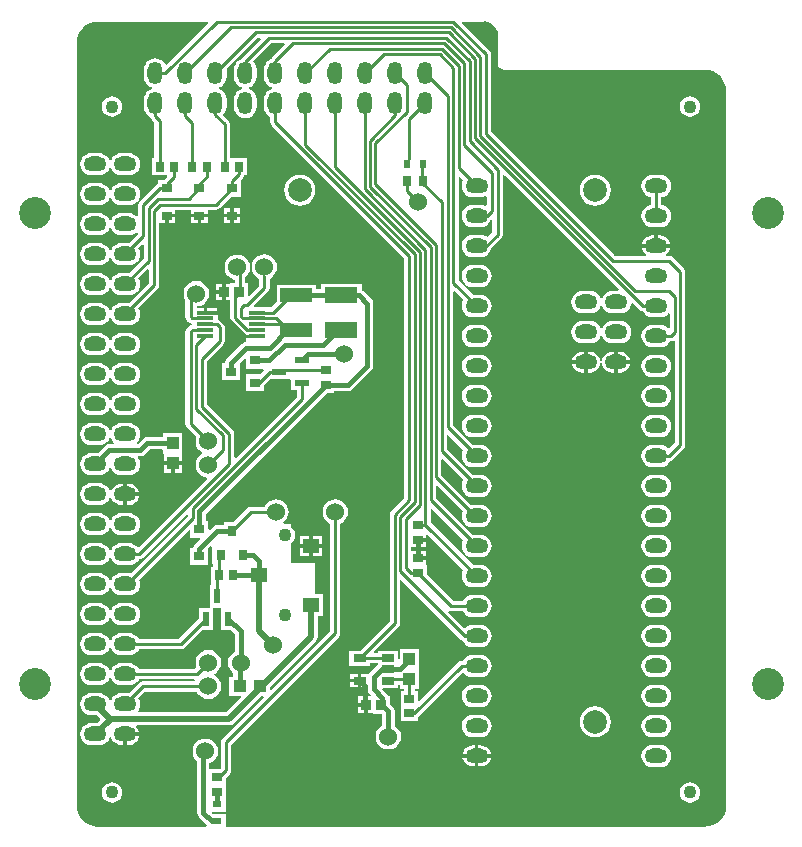
<source format=gtl>
G04 Layer_Physical_Order=1*
G04 Layer_Color=25308*
%FSLAX25Y25*%
%MOIN*%
G70*
G01*
G75*
%ADD10R,0.11024X0.05315*%
%ADD11R,0.02362X0.03150*%
%ADD12R,0.03150X0.02362*%
%ADD13R,0.10630X0.04724*%
%ADD14R,0.02953X0.03347*%
%ADD15C,0.06000*%
%ADD16C,0.07874*%
%ADD17R,0.03347X0.02756*%
%ADD18R,0.02756X0.03347*%
%ADD19R,0.03543X0.03150*%
%ADD20R,0.03937X0.04331*%
%ADD21R,0.03347X0.03543*%
%ADD22R,0.04331X0.03937*%
%ADD23R,0.05118X0.02362*%
%ADD24R,0.03543X0.03150*%
%ADD25R,0.03150X0.03543*%
%ADD26R,0.05512X0.04724*%
%ADD27R,0.02362X0.05118*%
%ADD28R,0.05709X0.01181*%
%ADD29R,0.04331X0.02559*%
%ADD30C,0.01575*%
%ADD31C,0.01000*%
%ADD32C,0.01969*%
%ADD33C,0.01600*%
%ADD34C,0.01598*%
%ADD35C,0.10630*%
%ADD36C,0.04331*%
%ADD37O,0.07500X0.05000*%
%ADD38O,0.05000X0.07500*%
G36*
X239732Y371076D02*
X240907Y370589D01*
X241843Y369871D01*
X241894Y369794D01*
X241963Y369748D01*
X242632Y368876D01*
X243085Y367784D01*
X243228Y366694D01*
X243212Y366613D01*
Y366400D01*
Y357200D01*
X243363Y356439D01*
X243794Y355794D01*
X244439Y355363D01*
X245200Y355212D01*
X311870D01*
X311874D01*
X312365Y355212D01*
X312845Y355184D01*
X312853Y355184D01*
X313646Y355105D01*
X314878Y354732D01*
X316013Y354125D01*
X316956Y353351D01*
X316994Y353294D01*
X317065Y353247D01*
X317956Y352161D01*
X318658Y350847D01*
X319091Y349422D01*
X319228Y348024D01*
X319212Y347940D01*
Y109991D01*
Y109985D01*
X319212Y109494D01*
D01*
X319182Y109014D01*
X319182Y109007D01*
X319110Y108280D01*
X318756Y107112D01*
X318181Y106036D01*
X317446Y105140D01*
X317394Y105106D01*
X317344Y105031D01*
X316210Y104100D01*
X314837Y103366D01*
X313348Y102914D01*
X311888Y102770D01*
X311799Y102788D01*
X152475D01*
Y106927D01*
X148339D01*
X147854Y107411D01*
X148046Y107873D01*
X152475D01*
Y112635D01*
X152473D01*
Y116783D01*
Y119018D01*
X153785Y120330D01*
X154160Y120892D01*
X154292Y121555D01*
Y130188D01*
X190202Y166097D01*
X190578Y166659D01*
X190710Y167323D01*
Y203849D01*
X191095Y204009D01*
X191972Y204682D01*
X192645Y205559D01*
X193068Y206581D01*
X193213Y207677D01*
X193068Y208774D01*
X192645Y209795D01*
X191972Y210673D01*
X191095Y211346D01*
X190073Y211769D01*
X188976Y211913D01*
X187880Y211769D01*
X186858Y211346D01*
X185981Y210673D01*
X185308Y209795D01*
X184885Y208774D01*
X184740Y207677D01*
X184885Y206581D01*
X185308Y205559D01*
X185981Y204682D01*
X186858Y204009D01*
X187243Y203849D01*
Y168041D01*
X167607Y148405D01*
X167145Y148596D01*
Y149232D01*
X182480Y164567D01*
X182480Y164567D01*
X182963Y165289D01*
X183133Y166142D01*
X183133Y166142D01*
Y173210D01*
X184861D01*
Y180334D01*
X182087D01*
Y190624D01*
X174533D01*
X174213Y190945D01*
Y197269D01*
X174644Y197600D01*
X175184Y198303D01*
X175523Y199121D01*
X175638Y200000D01*
X175523Y200879D01*
X175184Y201697D01*
X174644Y202400D01*
X174213Y202731D01*
Y203740D01*
X171881D01*
X171711Y204240D01*
X172287Y204682D01*
X172960Y205559D01*
X173383Y206581D01*
X173528Y207677D01*
X173383Y208774D01*
X172960Y209795D01*
X172287Y210673D01*
X171409Y211346D01*
X170388Y211769D01*
X169291Y211913D01*
X168195Y211769D01*
X167173Y211346D01*
X166296Y210673D01*
X165623Y209795D01*
X165463Y209411D01*
X160827D01*
X160163Y209278D01*
X159601Y208903D01*
X155048Y204350D01*
X151753D01*
Y203416D01*
X149606D01*
X148826Y203261D01*
X148165Y202819D01*
X147134Y201789D01*
X146672Y201980D01*
Y204743D01*
X145739D01*
Y207094D01*
X186160Y247515D01*
X188728D01*
Y248054D01*
X193237D01*
X194017Y248209D01*
X194678Y248651D01*
X201076Y255049D01*
X201518Y255710D01*
X201673Y256490D01*
Y277160D01*
X201518Y277940D01*
X201076Y278601D01*
X198222Y281455D01*
X197735Y281780D01*
Y283858D01*
X184312D01*
Y282052D01*
X182528D01*
Y283478D01*
X169498D01*
Y278017D01*
X167546Y276066D01*
X167075Y275997D01*
X167075Y275997D01*
X167075Y275997D01*
X161976D01*
X161785Y276459D01*
X166580Y281255D01*
X166956Y281817D01*
X167088Y282480D01*
X167088Y282480D01*
Y285542D01*
X167473Y285701D01*
X168350Y286375D01*
X169023Y287252D01*
X169446Y288274D01*
X169591Y289370D01*
X169446Y290466D01*
X169023Y291488D01*
X168350Y292366D01*
X167473Y293039D01*
X166451Y293462D01*
X165354Y293606D01*
X164258Y293462D01*
X163236Y293039D01*
X162359Y292366D01*
X161686Y291488D01*
X161262Y290466D01*
X161118Y289370D01*
X161262Y288274D01*
X161686Y287252D01*
X162359Y286375D01*
X163236Y285701D01*
X163621Y285542D01*
Y283198D01*
X160253Y279831D01*
X159791Y280022D01*
Y284068D01*
X158947D01*
Y285925D01*
X159358Y286241D01*
X160031Y287119D01*
X160454Y288140D01*
X160599Y289237D01*
X160454Y290333D01*
X160031Y291355D01*
X159358Y292232D01*
X158481Y292905D01*
X157459Y293328D01*
X156363Y293473D01*
X155266Y293328D01*
X154244Y292905D01*
X153367Y292232D01*
X152694Y291355D01*
X152271Y290333D01*
X152126Y289237D01*
X152271Y288140D01*
X152694Y287119D01*
X153367Y286241D01*
X154244Y285568D01*
X155266Y285145D01*
X155480Y285117D01*
Y284068D01*
X154045D01*
Y283868D01*
X152400D01*
Y281097D01*
Y278325D01*
X153779D01*
Y272495D01*
X153910Y271832D01*
X154286Y271269D01*
X158402Y267154D01*
X158964Y266778D01*
X158966Y266777D01*
Y266511D01*
X159166D01*
Y266511D01*
X163020D01*
Y265733D01*
X159166D01*
Y264742D01*
X159166Y264742D01*
X158890Y264356D01*
X158500Y264279D01*
X157839Y263837D01*
X152918Y258916D01*
X152476Y258255D01*
X152321Y257474D01*
Y257297D01*
X151387D01*
Y251747D01*
X157331D01*
Y257297D01*
X157331Y257297D01*
X157331D01*
X157501Y257734D01*
X158799Y259032D01*
X159261Y258841D01*
Y255487D01*
X164961D01*
X165168Y254987D01*
X163738Y253556D01*
X159261D01*
Y248007D01*
X165205D01*
Y250121D01*
X167225Y252141D01*
X174024D01*
X174065Y251658D01*
Y248361D01*
X176090D01*
Y246077D01*
X155739Y225726D01*
X155277Y225917D01*
Y233845D01*
X155145Y234508D01*
X154769Y235070D01*
X146250Y243589D01*
Y257972D01*
X151648Y263370D01*
X152023Y263932D01*
X152155Y264595D01*
Y269285D01*
X152155Y269285D01*
X152023Y269949D01*
X151648Y270511D01*
X150663Y271495D01*
X150101Y271871D01*
X149752Y271940D01*
Y272060D01*
Y274029D01*
X149552D01*
Y274029D01*
X145698D01*
Y274207D01*
X145098D01*
Y275797D01*
X142914D01*
X142881Y276297D01*
X143813Y276420D01*
X144835Y276843D01*
X145712Y277516D01*
X146385Y278394D01*
X146808Y279415D01*
X146953Y280512D01*
X146808Y281608D01*
X146385Y282630D01*
X145712Y283507D01*
X144835Y284180D01*
X143813Y284604D01*
X142717Y284748D01*
X141620Y284604D01*
X140598Y284180D01*
X139721Y283507D01*
X139048Y282630D01*
X138625Y281608D01*
X138480Y280512D01*
X138625Y279415D01*
X139015Y278474D01*
Y272638D01*
X139147Y271974D01*
X139522Y271412D01*
X139922Y271013D01*
X140484Y270637D01*
X141147Y270505D01*
X141148Y270505D01*
X141184Y270005D01*
X140670Y269903D01*
X140107Y269527D01*
X139522Y268942D01*
X139147Y268380D01*
X139015Y267717D01*
Y237205D01*
X139147Y236541D01*
X139522Y235979D01*
X142721Y232781D01*
X142562Y232396D01*
X142417Y231299D01*
X142562Y230203D01*
X142985Y229181D01*
X143658Y228304D01*
X144535Y227630D01*
X144580Y227612D01*
Y227112D01*
X144535Y227094D01*
X143658Y226421D01*
X142985Y225543D01*
X142562Y224522D01*
X142417Y223425D01*
X142562Y222329D01*
X142985Y221307D01*
X143658Y220430D01*
X144535Y219757D01*
X145557Y219333D01*
X146031Y219271D01*
X146211Y218743D01*
X123477Y196009D01*
X122978Y196042D01*
X122810Y196261D01*
X122037Y196854D01*
X121137Y197227D01*
X120171Y197354D01*
X117671D01*
X116705Y197227D01*
X115805Y196854D01*
X115032Y196261D01*
X114439Y195488D01*
X114192Y194891D01*
X113651D01*
X113403Y195488D01*
X112810Y196261D01*
X112037Y196854D01*
X111137Y197227D01*
X110171Y197354D01*
X107671D01*
X106705Y197227D01*
X105805Y196854D01*
X105032Y196261D01*
X104439Y195488D01*
X104066Y194588D01*
X103939Y193622D01*
X104066Y192656D01*
X104439Y191756D01*
X105032Y190983D01*
X105805Y190390D01*
X106705Y190017D01*
X107671Y189890D01*
X110171D01*
X111137Y190017D01*
X112037Y190390D01*
X112810Y190983D01*
X113403Y191756D01*
X113651Y192353D01*
X114192D01*
X114439Y191756D01*
X115032Y190983D01*
X115805Y190390D01*
X116705Y190017D01*
X117671Y189890D01*
X120171D01*
X121137Y190017D01*
X122037Y190390D01*
X122810Y190983D01*
X123403Y191756D01*
X123458Y191889D01*
X123541D01*
X124204Y192021D01*
X124766Y192396D01*
X139406Y207036D01*
X139868Y206845D01*
Y206296D01*
X120838Y187266D01*
X120171Y187354D01*
X117671D01*
X116705Y187227D01*
X115805Y186854D01*
X115032Y186261D01*
X114439Y185488D01*
X114192Y184891D01*
X113651D01*
X113403Y185488D01*
X112810Y186261D01*
X112037Y186854D01*
X111137Y187227D01*
X110171Y187354D01*
X107671D01*
X106705Y187227D01*
X105805Y186854D01*
X105032Y186261D01*
X104439Y185488D01*
X104066Y184588D01*
X103939Y183622D01*
X104066Y182656D01*
X104439Y181756D01*
X105032Y180983D01*
X105805Y180390D01*
X106705Y180017D01*
X107671Y179890D01*
X110171D01*
X111137Y180017D01*
X112037Y180390D01*
X112810Y180983D01*
X113403Y181756D01*
X113651Y182353D01*
X114192D01*
X114439Y181756D01*
X115032Y180983D01*
X115805Y180390D01*
X116705Y180017D01*
X117671Y179890D01*
X120171D01*
X121137Y180017D01*
X122037Y180390D01*
X122810Y180983D01*
X123403Y181756D01*
X123776Y182656D01*
X123903Y183622D01*
X123776Y184588D01*
X123567Y185092D01*
X140267Y201792D01*
X140729Y201601D01*
Y199194D01*
X143886D01*
X144077Y198732D01*
X142259Y196914D01*
X141818Y196253D01*
X141705Y195688D01*
X140729D01*
Y190139D01*
X146672D01*
Y195561D01*
X147512Y196402D01*
X148012Y196194D01*
Y190532D01*
X148365D01*
Y189487D01*
X147520D01*
Y183741D01*
X147520Y183741D01*
X147520D01*
X147520Y183741D01*
X147315Y183326D01*
X147225D01*
Y176267D01*
X147225Y175808D01*
X146742Y175767D01*
X146742D01*
X143446D01*
Y172078D01*
X136723Y165355D01*
X123458D01*
X123403Y165488D01*
X122810Y166261D01*
X122037Y166854D01*
X121137Y167227D01*
X120171Y167354D01*
X117671D01*
X116705Y167227D01*
X115805Y166854D01*
X115032Y166261D01*
X114439Y165488D01*
X114192Y164891D01*
X113651D01*
X113403Y165488D01*
X112810Y166261D01*
X112037Y166854D01*
X111137Y167227D01*
X110171Y167354D01*
X107671D01*
X106705Y167227D01*
X105805Y166854D01*
X105032Y166261D01*
X104439Y165488D01*
X104066Y164588D01*
X103939Y163622D01*
X104066Y162656D01*
X104439Y161756D01*
X105032Y160983D01*
X105805Y160390D01*
X106705Y160017D01*
X107671Y159890D01*
X110171D01*
X111137Y160017D01*
X112037Y160390D01*
X112810Y160983D01*
X113403Y161756D01*
X113651Y162353D01*
X114192D01*
X114439Y161756D01*
X115032Y160983D01*
X115805Y160390D01*
X116705Y160017D01*
X117671Y159890D01*
X120171D01*
X121137Y160017D01*
X122037Y160390D01*
X122810Y160983D01*
X123403Y161756D01*
X123458Y161889D01*
X137441D01*
X138104Y162021D01*
X138666Y162396D01*
X144519Y168249D01*
X148208D01*
Y175308D01*
X148208Y175767D01*
X148691Y175808D01*
X150522D01*
X151005Y175767D01*
Y168249D01*
X154261D01*
X155441Y167069D01*
Y161182D01*
X155362Y161149D01*
X154485Y160476D01*
X153812Y159598D01*
X153388Y158577D01*
X153244Y157480D01*
X153388Y156384D01*
X153812Y155362D01*
X154485Y154485D01*
X155060Y154043D01*
Y152775D01*
X153721D01*
Y146438D01*
X157399D01*
X157590Y145976D01*
X152621Y141007D01*
X123393D01*
X123172Y141455D01*
X123403Y141756D01*
X123776Y142656D01*
X123903Y143622D01*
X123776Y144588D01*
X123403Y145488D01*
X123332Y145581D01*
X125624Y147873D01*
X142825D01*
X142985Y147488D01*
X143658Y146611D01*
X144535Y145938D01*
X145557Y145514D01*
X146653Y145370D01*
X147750Y145514D01*
X148772Y145938D01*
X149649Y146611D01*
X150322Y147488D01*
X150745Y148510D01*
X150890Y149606D01*
X150745Y150703D01*
X150322Y151724D01*
X149649Y152602D01*
X148772Y153275D01*
X148727Y153293D01*
Y153793D01*
X148772Y153812D01*
X149649Y154485D01*
X150322Y155362D01*
X150745Y156384D01*
X150890Y157480D01*
X150745Y158577D01*
X150322Y159598D01*
X149649Y160476D01*
X148772Y161149D01*
X147750Y161572D01*
X146653Y161717D01*
X145557Y161572D01*
X144535Y161149D01*
X143658Y160476D01*
X142985Y159598D01*
X142562Y158577D01*
X142417Y157480D01*
X142562Y156384D01*
X142721Y155999D01*
X142077Y155355D01*
X123458D01*
X123403Y155488D01*
X122810Y156261D01*
X122037Y156854D01*
X121137Y157227D01*
X120171Y157354D01*
X117671D01*
X116705Y157227D01*
X115805Y156854D01*
X115032Y156261D01*
X114439Y155488D01*
X114192Y154891D01*
X113651D01*
X113403Y155488D01*
X112810Y156261D01*
X112037Y156854D01*
X111137Y157227D01*
X110171Y157354D01*
X107671D01*
X106705Y157227D01*
X105805Y156854D01*
X105032Y156261D01*
X104439Y155488D01*
X104066Y154588D01*
X103939Y153622D01*
X104066Y152656D01*
X104439Y151756D01*
X105032Y150983D01*
X105805Y150390D01*
X106705Y150017D01*
X107671Y149890D01*
X110171D01*
X111137Y150017D01*
X112037Y150390D01*
X112810Y150983D01*
X113403Y151756D01*
X113651Y152353D01*
X114192D01*
X114439Y151756D01*
X115032Y150983D01*
X115805Y150390D01*
X116705Y150017D01*
X117671Y149890D01*
X120171D01*
X121137Y150017D01*
X122037Y150390D01*
X122810Y150983D01*
X123403Y151756D01*
X123458Y151889D01*
X142011D01*
X142317Y151389D01*
X142292Y151340D01*
X124906D01*
X124242Y151208D01*
X123680Y150832D01*
X120198Y147350D01*
X120171Y147354D01*
X117671D01*
X116705Y147227D01*
X115805Y146854D01*
X115032Y146261D01*
X114439Y145488D01*
X114192Y144891D01*
X113651D01*
X113403Y145488D01*
X112810Y146261D01*
X112037Y146854D01*
X111137Y147227D01*
X110171Y147354D01*
X107671D01*
X106705Y147227D01*
X105805Y146854D01*
X105032Y146261D01*
X104439Y145488D01*
X104066Y144588D01*
X103939Y143622D01*
X104066Y142656D01*
X104439Y141756D01*
X105032Y140983D01*
X105805Y140390D01*
X106705Y140017D01*
X107671Y139890D01*
X109504D01*
X110522Y138872D01*
Y138372D01*
X109504Y137354D01*
X107671D01*
X106705Y137227D01*
X105805Y136854D01*
X105032Y136261D01*
X104439Y135488D01*
X104066Y134588D01*
X103939Y133622D01*
X104066Y132656D01*
X104439Y131756D01*
X105032Y130983D01*
X105805Y130390D01*
X106705Y130017D01*
X107671Y129890D01*
X110171D01*
X111137Y130017D01*
X112037Y130390D01*
X112810Y130983D01*
X113403Y131756D01*
X113776Y132656D01*
X114175Y132699D01*
X114281Y132661D01*
X114614Y131857D01*
X115175Y131126D01*
X115906Y130565D01*
X116758Y130212D01*
X117671Y130092D01*
X118321D01*
Y133622D01*
X118921D01*
Y134222D01*
X123622D01*
X123581Y134536D01*
X123228Y135387D01*
X122718Y136053D01*
X122839Y136553D01*
X153543D01*
X153543Y136553D01*
X154396Y136722D01*
X155118Y137205D01*
X164351Y146438D01*
X164987D01*
X165178Y145976D01*
X151333Y132131D01*
X150958Y131569D01*
X150826Y130905D01*
Y122273D01*
X150491Y121939D01*
X147026D01*
Y123969D01*
X147787Y124284D01*
X148665Y124957D01*
X149338Y125835D01*
X149761Y126856D01*
X149906Y127953D01*
X149761Y129049D01*
X149338Y130071D01*
X148665Y130948D01*
X147787Y131622D01*
X146766Y132045D01*
X145669Y132189D01*
X144573Y132045D01*
X143551Y131622D01*
X142674Y130948D01*
X142001Y130071D01*
X141577Y129049D01*
X141433Y127953D01*
X141577Y126856D01*
X142001Y125835D01*
X142674Y124957D01*
X142974Y124727D01*
Y107400D01*
X143128Y106624D01*
X143567Y105967D01*
X146246Y103288D01*
X146039Y102788D01*
X110503D01*
X110503D01*
X110512D01*
X110503Y102788D01*
X110064Y102788D01*
X110018D01*
X110018D01*
D01*
X109534Y102813D01*
X109529Y102813D01*
X108603Y102904D01*
X107243Y103317D01*
X105989Y103988D01*
X104950Y104840D01*
X104906Y104906D01*
X104840Y104950D01*
X103988Y105989D01*
X103317Y107243D01*
X102904Y108603D01*
X102813Y109529D01*
X102788Y110018D01*
X102788D01*
Y110018D01*
Y363840D01*
X102772Y363924D01*
X102909Y365322D01*
X103342Y366747D01*
X104044Y368060D01*
X104935Y369147D01*
X105006Y369194D01*
X105047Y369255D01*
X106038Y370069D01*
X107232Y370707D01*
X108529Y371100D01*
X109388Y371185D01*
X109877Y371212D01*
D01*
X110367Y371212D01*
X146483D01*
X146675Y370750D01*
X132787Y356862D01*
X132297Y356960D01*
X132232Y357116D01*
X131639Y357889D01*
X130866Y358482D01*
X129966Y358855D01*
X129000Y358982D01*
X128034Y358855D01*
X127134Y358482D01*
X126361Y357889D01*
X125768Y357116D01*
X125395Y356216D01*
X125268Y355250D01*
Y352750D01*
X125395Y351784D01*
X125768Y350884D01*
X126361Y350111D01*
X127134Y349518D01*
X127731Y349271D01*
Y348729D01*
X127134Y348482D01*
X126361Y347889D01*
X125768Y347116D01*
X125395Y346216D01*
X125268Y345250D01*
Y342750D01*
X125395Y341784D01*
X125768Y340884D01*
X126361Y340111D01*
X127134Y339518D01*
X127289Y339454D01*
X127399Y338904D01*
X127774Y338341D01*
X128680Y337436D01*
Y325708D01*
X127835D01*
Y319961D01*
X132802D01*
X132993Y319499D01*
X131820Y318326D01*
X129902D01*
Y317163D01*
X129849Y317153D01*
X129286Y316777D01*
X129286Y316777D01*
X123774Y311265D01*
X123399Y310703D01*
X123267Y310039D01*
Y306416D01*
X123109Y306363D01*
X122767Y306294D01*
X122037Y306854D01*
X121137Y307227D01*
X120171Y307354D01*
X117671D01*
X116705Y307227D01*
X115805Y306854D01*
X115032Y306261D01*
X114439Y305488D01*
X114192Y304891D01*
X113651D01*
X113403Y305488D01*
X112810Y306261D01*
X112037Y306854D01*
X111137Y307227D01*
X110171Y307354D01*
X107671D01*
X106705Y307227D01*
X105805Y306854D01*
X105032Y306261D01*
X104439Y305488D01*
X104066Y304588D01*
X103939Y303622D01*
X104066Y302656D01*
X104439Y301756D01*
X105032Y300983D01*
X105805Y300390D01*
X106705Y300017D01*
X107671Y299890D01*
X110171D01*
X111137Y300017D01*
X112037Y300390D01*
X112810Y300983D01*
X113403Y301756D01*
X113651Y302353D01*
X114192D01*
X114439Y301756D01*
X115032Y300983D01*
X115805Y300390D01*
X116705Y300017D01*
X117671Y299890D01*
X120171D01*
X121137Y300017D01*
X122037Y300390D01*
X122669Y300875D01*
X123165Y300716D01*
X123209Y300361D01*
X120198Y297350D01*
X120171Y297354D01*
X117671D01*
X116705Y297227D01*
X115805Y296854D01*
X115032Y296261D01*
X114439Y295488D01*
X114192Y294891D01*
X113651D01*
X113403Y295488D01*
X112810Y296261D01*
X112037Y296854D01*
X111137Y297227D01*
X110171Y297354D01*
X107671D01*
X106705Y297227D01*
X105805Y296854D01*
X105032Y296261D01*
X104439Y295488D01*
X104066Y294588D01*
X103939Y293622D01*
X104066Y292656D01*
X104439Y291756D01*
X105032Y290983D01*
X105805Y290390D01*
X106705Y290017D01*
X107671Y289890D01*
X110171D01*
X111137Y290017D01*
X112037Y290390D01*
X112810Y290983D01*
X113403Y291756D01*
X113651Y292353D01*
X114192D01*
X114439Y291756D01*
X115032Y290983D01*
X115805Y290390D01*
X116705Y290017D01*
X117671Y289890D01*
X120171D01*
X121137Y290017D01*
X122037Y290390D01*
X122810Y290983D01*
X123403Y291756D01*
X123776Y292656D01*
X123903Y293622D01*
X123776Y294588D01*
X123403Y295488D01*
X123332Y295581D01*
X124605Y296854D01*
X125067Y296663D01*
Y292219D01*
X120198Y287350D01*
X120171Y287354D01*
X117671D01*
X116705Y287227D01*
X115805Y286854D01*
X115032Y286261D01*
X114439Y285488D01*
X114192Y284891D01*
X113651D01*
X113403Y285488D01*
X112810Y286261D01*
X112037Y286854D01*
X111137Y287227D01*
X110171Y287354D01*
X107671D01*
X106705Y287227D01*
X105805Y286854D01*
X105032Y286261D01*
X104439Y285488D01*
X104066Y284588D01*
X103939Y283622D01*
X104066Y282656D01*
X104439Y281756D01*
X105032Y280983D01*
X105805Y280390D01*
X106705Y280017D01*
X107671Y279890D01*
X110171D01*
X111137Y280017D01*
X112037Y280390D01*
X112810Y280983D01*
X113403Y281756D01*
X113651Y282353D01*
X114192D01*
X114439Y281756D01*
X115032Y280983D01*
X115805Y280390D01*
X116705Y280017D01*
X117671Y279890D01*
X120171D01*
X121137Y280017D01*
X122037Y280390D01*
X122810Y280983D01*
X123403Y281756D01*
X123776Y282656D01*
X123903Y283622D01*
X123776Y284588D01*
X123403Y285488D01*
X123332Y285581D01*
X126405Y288654D01*
X126867Y288463D01*
Y284019D01*
X120198Y277350D01*
X120171Y277354D01*
X117671D01*
X116705Y277227D01*
X115805Y276854D01*
X115032Y276261D01*
X114439Y275488D01*
X114192Y274891D01*
X113651D01*
X113403Y275488D01*
X112810Y276261D01*
X112037Y276854D01*
X111137Y277227D01*
X110171Y277354D01*
X107671D01*
X106705Y277227D01*
X105805Y276854D01*
X105032Y276261D01*
X104439Y275488D01*
X104066Y274588D01*
X103939Y273622D01*
X104066Y272656D01*
X104439Y271756D01*
X105032Y270983D01*
X105805Y270390D01*
X106705Y270017D01*
X107671Y269890D01*
X110171D01*
X111137Y270017D01*
X112037Y270390D01*
X112810Y270983D01*
X113403Y271756D01*
X113651Y272353D01*
X114192D01*
X114439Y271756D01*
X115032Y270983D01*
X115805Y270390D01*
X116705Y270017D01*
X117671Y269890D01*
X120171D01*
X121137Y270017D01*
X122037Y270390D01*
X122810Y270983D01*
X123403Y271756D01*
X123776Y272656D01*
X123903Y273622D01*
X123776Y274588D01*
X123403Y275488D01*
X123332Y275581D01*
X129826Y282075D01*
X130201Y282638D01*
X130333Y283301D01*
Y303921D01*
X132274D01*
Y306496D01*
X132874D01*
Y307096D01*
X135646D01*
Y308475D01*
X140929D01*
Y307096D01*
X146472D01*
Y308475D01*
X149184D01*
X149847Y308607D01*
X150410Y308982D01*
X154204Y312776D01*
X157499D01*
Y318326D01*
X157499Y318326D01*
X157499D01*
X157768Y318703D01*
X158214Y319148D01*
X158590Y319711D01*
X158640Y319961D01*
X159566D01*
Y325708D01*
X153800D01*
Y337106D01*
X153668Y337770D01*
X153293Y338332D01*
X151631Y339993D01*
X151639Y340111D01*
X152232Y340884D01*
X152605Y341784D01*
X152732Y342750D01*
Y345250D01*
X152605Y346216D01*
X152232Y347116D01*
X151639Y347889D01*
X150866Y348482D01*
X150269Y348729D01*
Y349271D01*
X150866Y349518D01*
X151639Y350111D01*
X152232Y350884D01*
X152605Y351784D01*
X152732Y352750D01*
Y355250D01*
X152728Y355277D01*
X163268Y365817D01*
X163893D01*
X164085Y365355D01*
X157774Y359045D01*
X157500Y358633D01*
X157134Y358482D01*
X156361Y357889D01*
X155768Y357116D01*
X155395Y356216D01*
X155268Y355250D01*
Y352750D01*
X155395Y351784D01*
X155768Y350884D01*
X156361Y350111D01*
X157134Y349518D01*
X157731Y349271D01*
Y348729D01*
X157134Y348482D01*
X156361Y347889D01*
X155768Y347116D01*
X155395Y346216D01*
X155268Y345250D01*
Y342750D01*
X155395Y341784D01*
X155768Y340884D01*
X156361Y340111D01*
X157134Y339518D01*
X158034Y339145D01*
X159000Y339018D01*
X159966Y339145D01*
X160866Y339518D01*
X161639Y340111D01*
X162232Y340884D01*
X162605Y341784D01*
X162732Y342750D01*
Y345250D01*
X162605Y346216D01*
X162232Y347116D01*
X161639Y347889D01*
X160866Y348482D01*
X160269Y348729D01*
Y349271D01*
X160866Y349518D01*
X161639Y350111D01*
X162232Y350884D01*
X162605Y351784D01*
X162732Y352750D01*
Y355250D01*
X162605Y356216D01*
X162232Y357116D01*
X161639Y357889D01*
X161632Y357999D01*
X167649Y364017D01*
X171936D01*
X172127Y363555D01*
X167774Y359202D01*
X167399Y358640D01*
X167388Y358587D01*
X167134Y358482D01*
X166361Y357889D01*
X165768Y357116D01*
X165395Y356216D01*
X165268Y355250D01*
Y352750D01*
X165395Y351784D01*
X165768Y350884D01*
X166361Y350111D01*
X167134Y349518D01*
X167731Y349271D01*
Y348729D01*
X167134Y348482D01*
X166361Y347889D01*
X165768Y347116D01*
X165395Y346216D01*
X165268Y345250D01*
Y342750D01*
X165395Y341784D01*
X165768Y340884D01*
X166361Y340111D01*
X167134Y339518D01*
X167267Y339463D01*
Y337563D01*
X167399Y336900D01*
X167774Y336338D01*
X211876Y292236D01*
Y212359D01*
X207604Y208087D01*
X207229Y207525D01*
X207097Y206861D01*
Y171484D01*
X197113Y161500D01*
X193719D01*
Y156541D01*
X200450D01*
Y157287D01*
X203168D01*
Y156801D01*
X203051Y156722D01*
X200330Y154001D01*
X200209Y153820D01*
X197685D01*
Y151540D01*
Y149261D01*
X199732D01*
Y148622D01*
X199888Y147842D01*
X200330Y147180D01*
X200807Y146703D01*
X200616Y146241D01*
X199850D01*
Y143469D01*
Y140698D01*
X201495D01*
Y140498D01*
X204654D01*
Y136575D01*
X204575Y136543D01*
X203697Y135870D01*
X203024Y134992D01*
X202601Y133970D01*
X202457Y132874D01*
X202601Y131778D01*
X203024Y130756D01*
X203697Y129878D01*
X204575Y129205D01*
X205596Y128782D01*
X206693Y128638D01*
X207789Y128782D01*
X208811Y129205D01*
X209688Y129878D01*
X210362Y130756D01*
X210785Y131778D01*
X210929Y132874D01*
X210785Y133970D01*
X210362Y134992D01*
X209688Y135870D01*
X208811Y136543D01*
X208732Y136575D01*
Y141365D01*
X208577Y142145D01*
X208135Y142807D01*
X207242Y143700D01*
Y146441D01*
X206561D01*
X206548Y146510D01*
X206106Y147172D01*
X204679Y148599D01*
X204870Y149061D01*
X209899D01*
Y150201D01*
X210452D01*
Y148569D01*
X211948D01*
Y148050D01*
X210808D01*
Y142894D01*
Y137973D01*
X216554D01*
Y139308D01*
X216580Y139325D01*
X231437Y154183D01*
X231936Y154150D01*
X232206Y153798D01*
X232979Y153205D01*
X233879Y152832D01*
X234844Y152705D01*
X237345D01*
X238310Y152832D01*
X239211Y153205D01*
X239983Y153798D01*
X240576Y154571D01*
X240949Y155471D01*
X241076Y156437D01*
X240949Y157403D01*
X240576Y158303D01*
X239983Y159076D01*
X239211Y159669D01*
X238310Y160042D01*
X237345Y160169D01*
X234844D01*
X233879Y160042D01*
X232979Y159669D01*
X232206Y159076D01*
X231612Y158303D01*
X231558Y158170D01*
X231240D01*
X230577Y158038D01*
X230014Y157663D01*
X217016Y144664D01*
X216554Y144856D01*
Y148050D01*
X215414D01*
Y148569D01*
X216789D01*
Y155262D01*
Y161992D01*
X210452D01*
Y158630D01*
X210399Y158595D01*
X209899Y158862D01*
Y161500D01*
X203168D01*
Y160754D01*
X201923D01*
X201731Y161216D01*
X210055Y169540D01*
X210431Y170102D01*
X210563Y170766D01*
Y184954D01*
X211025Y185146D01*
X230959Y165211D01*
X231496Y164853D01*
X231612Y164571D01*
X232206Y163798D01*
X232979Y163205D01*
X233879Y162832D01*
X234844Y162705D01*
X237345D01*
X238310Y162832D01*
X239211Y163205D01*
X239983Y163798D01*
X240576Y164571D01*
X240949Y165471D01*
X241076Y166437D01*
X240949Y167403D01*
X240576Y168303D01*
X239983Y169076D01*
X239211Y169669D01*
X238310Y170042D01*
X237345Y170169D01*
X234844D01*
X233879Y170042D01*
X232979Y169669D01*
X232206Y169076D01*
X232010Y169063D01*
X226645Y174428D01*
X226935Y174836D01*
X227598Y174704D01*
X231558D01*
X231612Y174571D01*
X232206Y173798D01*
X232979Y173205D01*
X233879Y172832D01*
X234844Y172705D01*
X237345D01*
X238310Y172832D01*
X239211Y173205D01*
X239983Y173798D01*
X240576Y174571D01*
X240949Y175471D01*
X241076Y176437D01*
X240949Y177403D01*
X240576Y178303D01*
X239983Y179076D01*
X239211Y179669D01*
X238310Y180042D01*
X237345Y180169D01*
X234844D01*
X233879Y180042D01*
X232979Y179669D01*
X232206Y179076D01*
X231612Y178303D01*
X231558Y178170D01*
X228316D01*
X219409Y187078D01*
Y190078D01*
X219209D01*
Y191821D01*
X216535D01*
Y192421D01*
X215935D01*
Y194799D01*
X214163D01*
Y195949D01*
X215935D01*
Y198327D01*
X216535D01*
Y198927D01*
X219209D01*
Y200165D01*
X219709Y200372D01*
X231684Y188396D01*
X231612Y188303D01*
X231240Y187403D01*
X231113Y186437D01*
X231240Y185471D01*
X231612Y184571D01*
X232206Y183798D01*
X232979Y183205D01*
X233879Y182832D01*
X234844Y182705D01*
X237345D01*
X238310Y182832D01*
X239211Y183205D01*
X239983Y183798D01*
X240576Y184571D01*
X240949Y185471D01*
X241076Y186437D01*
X240949Y187403D01*
X240576Y188303D01*
X239983Y189076D01*
X239211Y189669D01*
X238310Y190042D01*
X237345Y190169D01*
X234844D01*
X234817Y190165D01*
X220743Y204240D01*
Y208684D01*
X221205Y208876D01*
X231684Y198396D01*
X231612Y198303D01*
X231240Y197403D01*
X231113Y196437D01*
X231240Y195471D01*
X231612Y194571D01*
X232206Y193798D01*
X232979Y193205D01*
X233879Y192832D01*
X234844Y192705D01*
X237345D01*
X238310Y192832D01*
X239211Y193205D01*
X239983Y193798D01*
X240576Y194571D01*
X240949Y195471D01*
X241076Y196437D01*
X240949Y197403D01*
X240576Y198303D01*
X239983Y199076D01*
X239211Y199669D01*
X238310Y200042D01*
X237345Y200169D01*
X234844D01*
X234817Y200165D01*
X222543Y212440D01*
Y216282D01*
X223005Y216473D01*
X231484Y207994D01*
X231240Y207403D01*
X231113Y206437D01*
X231240Y205471D01*
X231612Y204571D01*
X232206Y203798D01*
X232979Y203205D01*
X233879Y202832D01*
X234844Y202705D01*
X237345D01*
X238310Y202832D01*
X239211Y203205D01*
X239983Y203798D01*
X240576Y204571D01*
X240949Y205471D01*
X241076Y206437D01*
X240949Y207403D01*
X240576Y208303D01*
X239983Y209076D01*
X239211Y209669D01*
X238310Y210042D01*
X237345Y210169D01*
X234844D01*
X234285Y210095D01*
X224343Y220038D01*
Y225084D01*
X224805Y225276D01*
X231684Y218396D01*
X231612Y218303D01*
X231240Y217403D01*
X231113Y216437D01*
X231240Y215471D01*
X231612Y214571D01*
X232206Y213798D01*
X232979Y213205D01*
X233879Y212832D01*
X234844Y212705D01*
X237345D01*
X238310Y212832D01*
X239211Y213205D01*
X239983Y213798D01*
X240576Y214571D01*
X240949Y215471D01*
X241076Y216437D01*
X240949Y217403D01*
X240576Y218303D01*
X239983Y219076D01*
X239211Y219669D01*
X238310Y220042D01*
X237345Y220169D01*
X234844D01*
X234817Y220165D01*
X226143Y228840D01*
Y233284D01*
X226605Y233476D01*
X231684Y228396D01*
X231612Y228303D01*
X231240Y227403D01*
X231113Y226437D01*
X231240Y225471D01*
X231612Y224571D01*
X232206Y223798D01*
X232979Y223205D01*
X233879Y222832D01*
X234844Y222705D01*
X237345D01*
X238310Y222832D01*
X239211Y223205D01*
X239983Y223798D01*
X240576Y224571D01*
X240949Y225471D01*
X241076Y226437D01*
X240949Y227403D01*
X240576Y228303D01*
X239983Y229076D01*
X239211Y229669D01*
X238310Y230042D01*
X237345Y230169D01*
X234844D01*
X234817Y230165D01*
X228280Y236703D01*
Y281147D01*
X228742Y281339D01*
X231684Y278396D01*
X231612Y278303D01*
X231240Y277403D01*
X231113Y276437D01*
X231240Y275471D01*
X231612Y274571D01*
X232206Y273798D01*
X232979Y273205D01*
X233879Y272832D01*
X234844Y272705D01*
X237345D01*
X238310Y272832D01*
X239211Y273205D01*
X239983Y273798D01*
X240576Y274571D01*
X240949Y275471D01*
X241076Y276437D01*
X240949Y277403D01*
X240576Y278303D01*
X239983Y279076D01*
X239211Y279669D01*
X238310Y280042D01*
X237345Y280169D01*
X234844D01*
X234817Y280165D01*
X230080Y284903D01*
Y319347D01*
X230542Y319538D01*
X231684Y318396D01*
X231612Y318303D01*
X231240Y317403D01*
X231113Y316437D01*
X231240Y315471D01*
X231612Y314571D01*
X232206Y313798D01*
X232979Y313205D01*
X233879Y312832D01*
X234844Y312705D01*
X237345D01*
X238310Y312832D01*
X238911Y313081D01*
X239411Y312753D01*
Y310121D01*
X238911Y309793D01*
X238310Y310042D01*
X237345Y310169D01*
X234844D01*
X233879Y310042D01*
X232979Y309669D01*
X232206Y309076D01*
X231612Y308303D01*
X231240Y307403D01*
X231113Y306437D01*
X231240Y305471D01*
X231612Y304571D01*
X232206Y303798D01*
X232979Y303205D01*
X233879Y302832D01*
X234844Y302705D01*
X237345D01*
X238310Y302832D01*
X239211Y303205D01*
X239983Y303798D01*
X240576Y304571D01*
X240877Y305296D01*
X241377Y305197D01*
Y300915D01*
X239731Y299269D01*
X239211Y299669D01*
X238310Y300042D01*
X237345Y300169D01*
X234844D01*
X233879Y300042D01*
X232979Y299669D01*
X232206Y299076D01*
X231612Y298303D01*
X231240Y297403D01*
X231113Y296437D01*
X231240Y295471D01*
X231612Y294571D01*
X232206Y293798D01*
X232979Y293205D01*
X233879Y292832D01*
X234844Y292705D01*
X237345D01*
X238310Y292832D01*
X239211Y293205D01*
X239983Y293798D01*
X240576Y294571D01*
X240949Y295471D01*
X240967Y295602D01*
X244336Y298971D01*
X244712Y299534D01*
X244844Y300197D01*
Y319965D01*
X245305Y320157D01*
X283573Y281889D01*
X283366Y281389D01*
X281388D01*
X280422Y281262D01*
X279522Y280889D01*
X278749Y280296D01*
X278156Y279523D01*
X277908Y278926D01*
X277367D01*
X277120Y279523D01*
X276527Y280296D01*
X275754Y280889D01*
X274854Y281262D01*
X273888Y281389D01*
X271388D01*
X270422Y281262D01*
X269522Y280889D01*
X268749Y280296D01*
X268156Y279523D01*
X267783Y278623D01*
X267656Y277657D01*
X267783Y276692D01*
X268156Y275792D01*
X268749Y275019D01*
X269522Y274426D01*
X270422Y274053D01*
X271388Y273925D01*
X273888D01*
X274854Y274053D01*
X275754Y274426D01*
X276527Y275019D01*
X277120Y275792D01*
X277367Y276389D01*
X277908D01*
X278156Y275792D01*
X278749Y275019D01*
X279522Y274426D01*
X280422Y274053D01*
X281388Y273925D01*
X283888D01*
X284854Y274053D01*
X285754Y274426D01*
X286527Y275019D01*
X287120Y275792D01*
X287493Y276692D01*
X287559Y277196D01*
X288087Y277375D01*
X290251Y275211D01*
X290813Y274836D01*
X291415Y274716D01*
X291475Y274571D01*
X292068Y273798D01*
X292841Y273205D01*
X293741Y272832D01*
X294707Y272705D01*
X297207D01*
X298173Y272832D01*
X299073Y273205D01*
X299846Y273798D01*
X299959Y273945D01*
X300432Y273785D01*
Y269133D01*
X299932Y268963D01*
X299846Y269076D01*
X299073Y269669D01*
X298173Y270042D01*
X297207Y270169D01*
X294707D01*
X293741Y270042D01*
X292841Y269669D01*
X292068Y269076D01*
X291475Y268303D01*
X291102Y267403D01*
X290975Y266437D01*
X291102Y265471D01*
X291475Y264571D01*
X292068Y263798D01*
X292841Y263205D01*
X293741Y262832D01*
X294707Y262705D01*
X297207D01*
X298173Y262832D01*
X299073Y263205D01*
X299846Y263798D01*
X300439Y264571D01*
X300494Y264704D01*
X300886D01*
X301549Y264836D01*
X301732Y264958D01*
X302232Y264691D01*
Y230864D01*
X300373Y229006D01*
X299874Y229038D01*
X299846Y229076D01*
X299073Y229669D01*
X298173Y230042D01*
X297207Y230169D01*
X294707D01*
X293741Y230042D01*
X292841Y229669D01*
X292068Y229076D01*
X291475Y228303D01*
X291102Y227403D01*
X290975Y226437D01*
X291102Y225471D01*
X291475Y224571D01*
X292068Y223798D01*
X292841Y223205D01*
X293741Y222832D01*
X294707Y222705D01*
X297207D01*
X298173Y222832D01*
X299073Y223205D01*
X299846Y223798D01*
X300439Y224571D01*
X300515Y224755D01*
X300919Y224836D01*
X301482Y225211D01*
X305191Y228921D01*
X305567Y229483D01*
X305699Y230147D01*
Y287570D01*
X305567Y288233D01*
X305191Y288796D01*
X301423Y292564D01*
X300860Y292940D01*
X300197Y293072D01*
X299392D01*
X299222Y293572D01*
X299703Y293941D01*
X300264Y294672D01*
X300617Y295523D01*
X300658Y295837D01*
X291255D01*
X291297Y295523D01*
X291649Y294672D01*
X292211Y293941D01*
X292691Y293572D01*
X292522Y293072D01*
X282384D01*
X240880Y334576D01*
Y360263D01*
X240748Y360926D01*
X240372Y361489D01*
X231111Y370750D01*
X231302Y371212D01*
X238472D01*
X238562Y371230D01*
X239732Y371076D01*
D02*
G37*
%LPC*%
G36*
X184661Y195857D02*
X181506D01*
Y193095D01*
X184661D01*
Y195857D01*
D02*
G37*
G36*
X180306D02*
X177150D01*
Y193095D01*
X180306D01*
Y195857D01*
D02*
G37*
G36*
Y199819D02*
X177150D01*
Y197057D01*
X180306D01*
Y199819D01*
D02*
G37*
G36*
X219209Y197727D02*
X217135D01*
Y195949D01*
X219209D01*
Y197727D01*
D02*
G37*
G36*
Y194799D02*
X217135D01*
Y193021D01*
X219209D01*
Y194799D01*
D02*
G37*
G36*
X120171Y177354D02*
X117671D01*
X116705Y177227D01*
X115805Y176854D01*
X115032Y176261D01*
X114439Y175488D01*
X114192Y174891D01*
X113651D01*
X113403Y175488D01*
X112810Y176261D01*
X112037Y176854D01*
X111137Y177227D01*
X110171Y177354D01*
X107671D01*
X106705Y177227D01*
X105805Y176854D01*
X105032Y176261D01*
X104439Y175488D01*
X104066Y174588D01*
X103939Y173622D01*
X104066Y172656D01*
X104439Y171756D01*
X105032Y170983D01*
X105805Y170390D01*
X106705Y170017D01*
X107671Y169890D01*
X110171D01*
X111137Y170017D01*
X112037Y170390D01*
X112810Y170983D01*
X113403Y171756D01*
X113651Y172353D01*
X114192D01*
X114439Y171756D01*
X115032Y170983D01*
X115805Y170390D01*
X116705Y170017D01*
X117671Y169890D01*
X120171D01*
X121137Y170017D01*
X122037Y170390D01*
X122810Y170983D01*
X123403Y171756D01*
X123776Y172656D01*
X123903Y173622D01*
X123776Y174588D01*
X123403Y175488D01*
X122810Y176261D01*
X122037Y176854D01*
X121137Y177227D01*
X120171Y177354D01*
D02*
G37*
G36*
X297207Y180169D02*
X294707D01*
X293741Y180042D01*
X292841Y179669D01*
X292068Y179076D01*
X291475Y178303D01*
X291102Y177403D01*
X290975Y176437D01*
X291102Y175471D01*
X291475Y174571D01*
X292068Y173798D01*
X292841Y173205D01*
X293741Y172832D01*
X294707Y172705D01*
X297207D01*
X298173Y172832D01*
X299073Y173205D01*
X299846Y173798D01*
X300439Y174571D01*
X300812Y175471D01*
X300939Y176437D01*
X300812Y177403D01*
X300439Y178303D01*
X299846Y179076D01*
X299073Y179669D01*
X298173Y180042D01*
X297207Y180169D01*
D02*
G37*
G36*
Y200169D02*
X294707D01*
X293741Y200042D01*
X292841Y199669D01*
X292068Y199076D01*
X291475Y198303D01*
X291102Y197403D01*
X290975Y196437D01*
X291102Y195471D01*
X291475Y194571D01*
X292068Y193798D01*
X292841Y193205D01*
X293741Y192832D01*
X294707Y192705D01*
X297207D01*
X298173Y192832D01*
X299073Y193205D01*
X299846Y193798D01*
X300439Y194571D01*
X300812Y195471D01*
X300939Y196437D01*
X300812Y197403D01*
X300439Y198303D01*
X299846Y199076D01*
X299073Y199669D01*
X298173Y200042D01*
X297207Y200169D01*
D02*
G37*
G36*
Y190169D02*
X294707D01*
X293741Y190042D01*
X292841Y189669D01*
X292068Y189076D01*
X291475Y188303D01*
X291102Y187403D01*
X290975Y186437D01*
X291102Y185471D01*
X291475Y184571D01*
X292068Y183798D01*
X292841Y183205D01*
X293741Y182832D01*
X294707Y182705D01*
X297207D01*
X298173Y182832D01*
X299073Y183205D01*
X299846Y183798D01*
X300439Y184571D01*
X300812Y185471D01*
X300939Y186437D01*
X300812Y187403D01*
X300439Y188303D01*
X299846Y189076D01*
X299073Y189669D01*
X298173Y190042D01*
X297207Y190169D01*
D02*
G37*
G36*
X120171Y217152D02*
X119521D01*
Y214222D01*
X123622D01*
X123581Y214536D01*
X123228Y215387D01*
X122667Y216118D01*
X121936Y216679D01*
X121085Y217032D01*
X120171Y217152D01*
D02*
G37*
G36*
X297207Y220169D02*
X294707D01*
X293741Y220042D01*
X292841Y219669D01*
X292068Y219076D01*
X291475Y218303D01*
X291102Y217403D01*
X290975Y216437D01*
X291102Y215471D01*
X291475Y214571D01*
X292068Y213798D01*
X292841Y213205D01*
X293741Y212832D01*
X294707Y212705D01*
X297207D01*
X298173Y212832D01*
X299073Y213205D01*
X299846Y213798D01*
X300439Y214571D01*
X300812Y215471D01*
X300939Y216437D01*
X300812Y217403D01*
X300439Y218303D01*
X299846Y219076D01*
X299073Y219669D01*
X298173Y220042D01*
X297207Y220169D01*
D02*
G37*
G36*
X137811Y223416D02*
X135442D01*
Y220850D01*
X137811D01*
Y223416D01*
D02*
G37*
G36*
X134242D02*
X131874D01*
Y220850D01*
X134242D01*
Y223416D01*
D02*
G37*
G36*
X123622Y213022D02*
X119521D01*
Y210092D01*
X120171D01*
X121085Y210212D01*
X121936Y210565D01*
X122667Y211126D01*
X123228Y211857D01*
X123581Y212708D01*
X123622Y213022D01*
D02*
G37*
G36*
X297207Y210169D02*
X294707D01*
X293741Y210042D01*
X292841Y209669D01*
X292068Y209076D01*
X291475Y208303D01*
X291102Y207403D01*
X290975Y206437D01*
X291102Y205471D01*
X291475Y204571D01*
X292068Y203798D01*
X292841Y203205D01*
X293741Y202832D01*
X294707Y202705D01*
X297207D01*
X298173Y202832D01*
X299073Y203205D01*
X299846Y203798D01*
X300439Y204571D01*
X300812Y205471D01*
X300939Y206437D01*
X300812Y207403D01*
X300439Y208303D01*
X299846Y209076D01*
X299073Y209669D01*
X298173Y210042D01*
X297207Y210169D01*
D02*
G37*
G36*
X184661Y199819D02*
X181506D01*
Y197057D01*
X184661D01*
Y199819D01*
D02*
G37*
G36*
X110171Y217354D02*
X107671D01*
X106705Y217227D01*
X105805Y216854D01*
X105032Y216261D01*
X104439Y215488D01*
X104066Y214588D01*
X103939Y213622D01*
X104066Y212656D01*
X104439Y211756D01*
X105032Y210983D01*
X105805Y210390D01*
X106705Y210017D01*
X107671Y209890D01*
X110171D01*
X111137Y210017D01*
X112037Y210390D01*
X112810Y210983D01*
X113403Y211756D01*
X113776Y212656D01*
X114175Y212699D01*
X114281Y212661D01*
X114614Y211857D01*
X115175Y211126D01*
X115906Y210565D01*
X116758Y210212D01*
X117671Y210092D01*
X118321D01*
Y213622D01*
Y217152D01*
X117671D01*
X116758Y217032D01*
X115906Y216679D01*
X115175Y216118D01*
X114614Y215387D01*
X114281Y214583D01*
X114175Y214545D01*
X113776Y214588D01*
X113403Y215488D01*
X112810Y216261D01*
X112037Y216854D01*
X111137Y217227D01*
X110171Y217354D01*
D02*
G37*
G36*
X120171Y207354D02*
X117671D01*
X116705Y207227D01*
X115805Y206854D01*
X115032Y206261D01*
X114439Y205488D01*
X114192Y204891D01*
X113651D01*
X113403Y205488D01*
X112810Y206261D01*
X112037Y206854D01*
X111137Y207227D01*
X110171Y207354D01*
X107671D01*
X106705Y207227D01*
X105805Y206854D01*
X105032Y206261D01*
X104439Y205488D01*
X104066Y204588D01*
X103939Y203622D01*
X104066Y202656D01*
X104439Y201756D01*
X105032Y200983D01*
X105805Y200390D01*
X106705Y200017D01*
X107671Y199890D01*
X110171D01*
X111137Y200017D01*
X112037Y200390D01*
X112810Y200983D01*
X113403Y201756D01*
X113651Y202353D01*
X114192D01*
X114439Y201756D01*
X115032Y200983D01*
X115805Y200390D01*
X116705Y200017D01*
X117671Y199890D01*
X120171D01*
X121137Y200017D01*
X122037Y200390D01*
X122810Y200983D01*
X123403Y201756D01*
X123776Y202656D01*
X123903Y203622D01*
X123776Y204588D01*
X123403Y205488D01*
X122810Y206261D01*
X122037Y206854D01*
X121137Y207227D01*
X120171Y207354D01*
D02*
G37*
G36*
X297207Y170169D02*
X294707D01*
X293741Y170042D01*
X292841Y169669D01*
X292068Y169076D01*
X291475Y168303D01*
X291102Y167403D01*
X290975Y166437D01*
X291102Y165471D01*
X291475Y164571D01*
X292068Y163798D01*
X292841Y163205D01*
X293741Y162832D01*
X294707Y162705D01*
X297207D01*
X298173Y162832D01*
X299073Y163205D01*
X299846Y163798D01*
X300439Y164571D01*
X300812Y165471D01*
X300939Y166437D01*
X300812Y167403D01*
X300439Y168303D01*
X299846Y169076D01*
X299073Y169669D01*
X298173Y170042D01*
X297207Y170169D01*
D02*
G37*
G36*
X123622Y133022D02*
X119521D01*
Y130092D01*
X120171D01*
X121085Y130212D01*
X121936Y130565D01*
X122667Y131126D01*
X123228Y131857D01*
X123581Y132708D01*
X123622Y133022D01*
D02*
G37*
G36*
X237345Y129967D02*
X236695D01*
Y127037D01*
X240796D01*
X240754Y127351D01*
X240402Y128202D01*
X239841Y128933D01*
X239110Y129494D01*
X238258Y129847D01*
X237345Y129967D01*
D02*
G37*
G36*
Y140169D02*
X234844D01*
X233879Y140042D01*
X232979Y139669D01*
X232206Y139076D01*
X231612Y138303D01*
X231240Y137403D01*
X231113Y136437D01*
X231240Y135471D01*
X231612Y134571D01*
X232206Y133798D01*
X232979Y133205D01*
X233879Y132832D01*
X234844Y132705D01*
X237345D01*
X238310Y132832D01*
X239211Y133205D01*
X239983Y133798D01*
X240576Y134571D01*
X240949Y135471D01*
X241076Y136437D01*
X240949Y137403D01*
X240576Y138303D01*
X239983Y139076D01*
X239211Y139669D01*
X238310Y140042D01*
X237345Y140169D01*
D02*
G37*
G36*
X275590Y142977D02*
X274250Y142800D01*
X273000Y142282D01*
X271927Y141459D01*
X271103Y140386D01*
X270586Y139136D01*
X270409Y137795D01*
X270586Y136454D01*
X271103Y135205D01*
X271927Y134132D01*
X273000Y133308D01*
X274250Y132791D01*
X275590Y132614D01*
X276932Y132791D01*
X278181Y133308D01*
X279254Y134132D01*
X280078Y135205D01*
X280595Y136454D01*
X280772Y137795D01*
X280595Y139136D01*
X280078Y140386D01*
X279254Y141459D01*
X278181Y142282D01*
X276932Y142800D01*
X275590Y142977D01*
D02*
G37*
G36*
X235494Y129967D02*
X234844D01*
X233931Y129847D01*
X233079Y129494D01*
X232348Y128933D01*
X231787Y128202D01*
X231435Y127351D01*
X231393Y127037D01*
X235494D01*
Y129967D01*
D02*
G37*
G36*
X297207Y130169D02*
X294707D01*
X293741Y130042D01*
X292841Y129669D01*
X292068Y129076D01*
X291475Y128303D01*
X291102Y127403D01*
X290975Y126437D01*
X291102Y125471D01*
X291475Y124571D01*
X292068Y123798D01*
X292841Y123205D01*
X293741Y122832D01*
X294707Y122705D01*
X297207D01*
X298173Y122832D01*
X299073Y123205D01*
X299846Y123798D01*
X300439Y124571D01*
X300812Y125471D01*
X300939Y126437D01*
X300812Y127403D01*
X300439Y128303D01*
X299846Y129076D01*
X299073Y129669D01*
X298173Y130042D01*
X297207Y130169D01*
D02*
G37*
G36*
X307189Y117615D02*
X306310Y117499D01*
X305492Y117160D01*
X304789Y116621D01*
X304249Y115918D01*
X303910Y115099D01*
X303795Y114220D01*
X303910Y113342D01*
X304249Y112523D01*
X304789Y111820D01*
X305492Y111281D01*
X306310Y110942D01*
X307189Y110826D01*
X308067Y110942D01*
X308886Y111281D01*
X309589Y111820D01*
X310129Y112523D01*
X310468Y113342D01*
X310583Y114220D01*
X310468Y115099D01*
X310129Y115918D01*
X309589Y116621D01*
X308886Y117160D01*
X308067Y117499D01*
X307189Y117615D01*
D02*
G37*
G36*
X240796Y125837D02*
X236695D01*
Y122907D01*
X237345D01*
X238258Y123027D01*
X239110Y123380D01*
X239841Y123941D01*
X240402Y124672D01*
X240754Y125523D01*
X240796Y125837D01*
D02*
G37*
G36*
X235494D02*
X231393D01*
X231435Y125523D01*
X231787Y124672D01*
X232348Y123941D01*
X233079Y123380D01*
X233931Y123027D01*
X234844Y122907D01*
X235494D01*
Y125837D01*
D02*
G37*
G36*
X196485Y153820D02*
X193920D01*
Y152140D01*
X196485D01*
Y153820D01*
D02*
G37*
G36*
Y150940D02*
X193920D01*
Y149261D01*
X196485D01*
Y150940D01*
D02*
G37*
G36*
X114614Y117615D02*
X113736Y117499D01*
X112917Y117160D01*
X112214Y116621D01*
X111674Y115918D01*
X111335Y115099D01*
X111220Y114220D01*
X111335Y113342D01*
X111674Y112523D01*
X112214Y111820D01*
X112917Y111281D01*
X113736Y110942D01*
X114614Y110826D01*
X115493Y110942D01*
X116311Y111281D01*
X117014Y111820D01*
X117554Y112523D01*
X117893Y113342D01*
X118009Y114220D01*
X117893Y115099D01*
X117554Y115918D01*
X117014Y116621D01*
X116311Y117160D01*
X115493Y117499D01*
X114614Y117615D01*
D02*
G37*
G36*
X297207Y160169D02*
X294707D01*
X293741Y160042D01*
X292841Y159669D01*
X292068Y159076D01*
X291475Y158303D01*
X291102Y157403D01*
X290975Y156437D01*
X291102Y155471D01*
X291475Y154571D01*
X292068Y153798D01*
X292841Y153205D01*
X293741Y152832D01*
X294707Y152705D01*
X297207D01*
X298173Y152832D01*
X299073Y153205D01*
X299846Y153798D01*
X300439Y154571D01*
X300812Y155471D01*
X300939Y156437D01*
X300812Y157403D01*
X300439Y158303D01*
X299846Y159076D01*
X299073Y159669D01*
X298173Y160042D01*
X297207Y160169D01*
D02*
G37*
G36*
X198650Y146241D02*
X196577D01*
Y144069D01*
X198650D01*
Y146241D01*
D02*
G37*
G36*
Y142869D02*
X196577D01*
Y140698D01*
X198650D01*
Y142869D01*
D02*
G37*
G36*
X297207Y140169D02*
X294707D01*
X293741Y140042D01*
X292841Y139669D01*
X292068Y139076D01*
X291475Y138303D01*
X291102Y137403D01*
X290975Y136437D01*
X291102Y135471D01*
X291475Y134571D01*
X292068Y133798D01*
X292841Y133205D01*
X293741Y132832D01*
X294707Y132705D01*
X297207D01*
X298173Y132832D01*
X299073Y133205D01*
X299846Y133798D01*
X300439Y134571D01*
X300812Y135471D01*
X300939Y136437D01*
X300812Y137403D01*
X300439Y138303D01*
X299846Y139076D01*
X299073Y139669D01*
X298173Y140042D01*
X297207Y140169D01*
D02*
G37*
G36*
Y150169D02*
X294707D01*
X293741Y150042D01*
X292841Y149669D01*
X292068Y149076D01*
X291475Y148303D01*
X291102Y147403D01*
X290975Y146437D01*
X291102Y145471D01*
X291475Y144571D01*
X292068Y143798D01*
X292841Y143205D01*
X293741Y142832D01*
X294707Y142705D01*
X297207D01*
X298173Y142832D01*
X299073Y143205D01*
X299846Y143798D01*
X300439Y144571D01*
X300812Y145471D01*
X300939Y146437D01*
X300812Y147403D01*
X300439Y148303D01*
X299846Y149076D01*
X299073Y149669D01*
X298173Y150042D01*
X297207Y150169D01*
D02*
G37*
G36*
X237345D02*
X234844D01*
X233879Y150042D01*
X232979Y149669D01*
X232206Y149076D01*
X231612Y148303D01*
X231240Y147403D01*
X231113Y146437D01*
X231240Y145471D01*
X231612Y144571D01*
X232206Y143798D01*
X232979Y143205D01*
X233879Y142832D01*
X234844Y142705D01*
X237345D01*
X238310Y142832D01*
X239211Y143205D01*
X239983Y143798D01*
X240576Y144571D01*
X240949Y145471D01*
X241076Y146437D01*
X240949Y147403D01*
X240576Y148303D01*
X239983Y149076D01*
X239211Y149669D01*
X238310Y150042D01*
X237345Y150169D01*
D02*
G37*
G36*
X143101Y305896D02*
X140929D01*
Y303921D01*
X143101D01*
Y305896D01*
D02*
G37*
G36*
X135646D02*
X133474D01*
Y303921D01*
X135646D01*
Y305896D01*
D02*
G37*
G36*
X153928D02*
X151756D01*
Y303921D01*
X153928D01*
Y305896D01*
D02*
G37*
G36*
X146472D02*
X144301D01*
Y303921D01*
X146472D01*
Y305896D01*
D02*
G37*
G36*
X297207Y320169D02*
X294707D01*
X293741Y320042D01*
X292841Y319669D01*
X292068Y319076D01*
X291475Y318303D01*
X291102Y317403D01*
X290975Y316437D01*
X291102Y315471D01*
X291475Y314571D01*
X292068Y313798D01*
X292841Y313205D01*
X293741Y312832D01*
X294223Y312769D01*
Y310105D01*
X293741Y310042D01*
X292841Y309669D01*
X292068Y309076D01*
X291475Y308303D01*
X291102Y307403D01*
X290975Y306437D01*
X291102Y305471D01*
X291475Y304571D01*
X292068Y303798D01*
X292841Y303205D01*
X293741Y302832D01*
X294707Y302705D01*
X297207D01*
X298173Y302832D01*
X299073Y303205D01*
X299846Y303798D01*
X300439Y304571D01*
X300812Y305471D01*
X300939Y306437D01*
X300812Y307403D01*
X300439Y308303D01*
X299846Y309076D01*
X299073Y309669D01*
X298173Y310042D01*
X297690Y310105D01*
Y312769D01*
X298173Y312832D01*
X299073Y313205D01*
X299846Y313798D01*
X300439Y314571D01*
X300812Y315471D01*
X300939Y316437D01*
X300812Y317403D01*
X300439Y318303D01*
X299846Y319076D01*
X299073Y319669D01*
X298173Y320042D01*
X297207Y320169D01*
D02*
G37*
G36*
X237345Y290169D02*
X234844D01*
X233879Y290042D01*
X232979Y289669D01*
X232206Y289076D01*
X231612Y288303D01*
X231240Y287403D01*
X231113Y286437D01*
X231240Y285471D01*
X231612Y284571D01*
X232206Y283798D01*
X232979Y283205D01*
X233879Y282832D01*
X234844Y282705D01*
X237345D01*
X238310Y282832D01*
X239211Y283205D01*
X239983Y283798D01*
X240576Y284571D01*
X240949Y285471D01*
X241076Y286437D01*
X240949Y287403D01*
X240576Y288303D01*
X239983Y289076D01*
X239211Y289669D01*
X238310Y290042D01*
X237345Y290169D01*
D02*
G37*
G36*
X151200Y283868D02*
X149127D01*
Y281697D01*
X151200D01*
Y283868D01*
D02*
G37*
G36*
X297207Y299967D02*
X296557D01*
Y297037D01*
X300658D01*
X300617Y297351D01*
X300264Y298202D01*
X299703Y298933D01*
X298972Y299494D01*
X298120Y299847D01*
X297207Y299967D01*
D02*
G37*
G36*
X295357D02*
X294707D01*
X293793Y299847D01*
X292942Y299494D01*
X292211Y298933D01*
X291649Y298202D01*
X291297Y297351D01*
X291255Y297037D01*
X295357D01*
Y299967D01*
D02*
G37*
G36*
X120171Y327354D02*
X117671D01*
X116705Y327227D01*
X115805Y326854D01*
X115032Y326261D01*
X114439Y325488D01*
X114192Y324891D01*
X113651D01*
X113403Y325488D01*
X112810Y326261D01*
X112037Y326854D01*
X111137Y327227D01*
X110171Y327354D01*
X107671D01*
X106705Y327227D01*
X105805Y326854D01*
X105032Y326261D01*
X104439Y325488D01*
X104066Y324588D01*
X103939Y323622D01*
X104066Y322656D01*
X104439Y321756D01*
X105032Y320983D01*
X105805Y320390D01*
X106705Y320017D01*
X107671Y319890D01*
X110171D01*
X111137Y320017D01*
X112037Y320390D01*
X112810Y320983D01*
X113403Y321756D01*
X113651Y322353D01*
X114192D01*
X114439Y321756D01*
X115032Y320983D01*
X115805Y320390D01*
X116705Y320017D01*
X117671Y319890D01*
X120171D01*
X121137Y320017D01*
X122037Y320390D01*
X122810Y320983D01*
X123403Y321756D01*
X123776Y322656D01*
X123903Y323622D01*
X123776Y324588D01*
X123403Y325488D01*
X122810Y326261D01*
X122037Y326854D01*
X121137Y327227D01*
X120171Y327354D01*
D02*
G37*
G36*
Y317354D02*
X117671D01*
X116705Y317227D01*
X115805Y316854D01*
X115032Y316261D01*
X114439Y315488D01*
X114192Y314891D01*
X113651D01*
X113403Y315488D01*
X112810Y316261D01*
X112037Y316854D01*
X111137Y317227D01*
X110171Y317354D01*
X107671D01*
X106705Y317227D01*
X105805Y316854D01*
X105032Y316261D01*
X104439Y315488D01*
X104066Y314588D01*
X103939Y313622D01*
X104066Y312656D01*
X104439Y311756D01*
X105032Y310983D01*
X105805Y310390D01*
X106705Y310017D01*
X107671Y309890D01*
X110171D01*
X111137Y310017D01*
X112037Y310390D01*
X112810Y310983D01*
X113403Y311756D01*
X113651Y312353D01*
X114192D01*
X114439Y311756D01*
X115032Y310983D01*
X115805Y310390D01*
X116705Y310017D01*
X117671Y309890D01*
X120171D01*
X121137Y310017D01*
X122037Y310390D01*
X122810Y310983D01*
X123403Y311756D01*
X123776Y312656D01*
X123903Y313622D01*
X123776Y314588D01*
X123403Y315488D01*
X122810Y316261D01*
X122037Y316854D01*
X121137Y317227D01*
X120171Y317354D01*
D02*
G37*
G36*
X307189Y346245D02*
X306310Y346129D01*
X305492Y345790D01*
X304789Y345251D01*
X304249Y344548D01*
X303910Y343729D01*
X303795Y342850D01*
X303910Y341972D01*
X304249Y341153D01*
X304789Y340450D01*
X305492Y339911D01*
X306310Y339572D01*
X307189Y339456D01*
X308067Y339572D01*
X308886Y339911D01*
X309589Y340450D01*
X310129Y341153D01*
X310468Y341972D01*
X310583Y342850D01*
X310468Y343729D01*
X310129Y344548D01*
X309589Y345251D01*
X308886Y345790D01*
X308067Y346129D01*
X307189Y346245D01*
D02*
G37*
G36*
X114614D02*
X113736Y346129D01*
X112917Y345790D01*
X112214Y345251D01*
X111674Y344548D01*
X111335Y343729D01*
X111220Y342850D01*
X111335Y341972D01*
X111674Y341153D01*
X112214Y340450D01*
X112917Y339911D01*
X113736Y339572D01*
X114614Y339456D01*
X115493Y339572D01*
X116311Y339911D01*
X117014Y340450D01*
X117554Y341153D01*
X117893Y341972D01*
X118009Y342850D01*
X117893Y343729D01*
X117554Y344548D01*
X117014Y345251D01*
X116311Y345790D01*
X115493Y346129D01*
X114614Y346245D01*
D02*
G37*
G36*
X275590Y320142D02*
X274250Y319965D01*
X273000Y319448D01*
X271927Y318624D01*
X271103Y317551D01*
X270586Y316302D01*
X270409Y314961D01*
X270586Y313620D01*
X271103Y312370D01*
X271927Y311297D01*
X273000Y310473D01*
X274250Y309956D01*
X275590Y309779D01*
X276932Y309956D01*
X278181Y310473D01*
X279254Y311297D01*
X280078Y312370D01*
X280595Y313620D01*
X280772Y314961D01*
X280595Y316302D01*
X280078Y317551D01*
X279254Y318624D01*
X278181Y319448D01*
X276932Y319965D01*
X275590Y320142D01*
D02*
G37*
G36*
X153928Y309071D02*
X151756D01*
Y307096D01*
X153928D01*
Y309071D01*
D02*
G37*
G36*
X157299Y305896D02*
X155128D01*
Y303921D01*
X157299D01*
Y305896D01*
D02*
G37*
G36*
X177165Y320142D02*
X175824Y319965D01*
X174575Y319448D01*
X173502Y318624D01*
X172678Y317551D01*
X172161Y316302D01*
X171984Y314961D01*
X172161Y313620D01*
X172678Y312370D01*
X173502Y311297D01*
X174575Y310473D01*
X175824Y309956D01*
X177165Y309779D01*
X178506Y309956D01*
X179756Y310473D01*
X180829Y311297D01*
X181652Y312370D01*
X182170Y313620D01*
X182347Y314961D01*
X182170Y316302D01*
X181652Y317551D01*
X180829Y318624D01*
X179756Y319448D01*
X178506Y319965D01*
X177165Y320142D01*
D02*
G37*
G36*
X157299Y309071D02*
X155128D01*
Y307096D01*
X157299D01*
Y309071D01*
D02*
G37*
G36*
X151200Y280497D02*
X149127D01*
Y278325D01*
X151200D01*
Y280497D01*
D02*
G37*
G36*
X237345Y260169D02*
X234844D01*
X233879Y260042D01*
X232979Y259669D01*
X232206Y259076D01*
X231612Y258303D01*
X231240Y257403D01*
X231113Y256437D01*
X231240Y255471D01*
X231612Y254571D01*
X232206Y253798D01*
X232979Y253205D01*
X233879Y252832D01*
X234844Y252705D01*
X237345D01*
X238310Y252832D01*
X239211Y253205D01*
X239983Y253798D01*
X240576Y254571D01*
X240949Y255471D01*
X241076Y256437D01*
X240949Y257403D01*
X240576Y258303D01*
X239983Y259076D01*
X239211Y259669D01*
X238310Y260042D01*
X237345Y260169D01*
D02*
G37*
G36*
X120171Y247354D02*
X117671D01*
X116705Y247227D01*
X115805Y246854D01*
X115032Y246261D01*
X114439Y245488D01*
X114192Y244891D01*
X113651D01*
X113403Y245488D01*
X112810Y246261D01*
X112037Y246854D01*
X111137Y247227D01*
X110171Y247354D01*
X107671D01*
X106705Y247227D01*
X105805Y246854D01*
X105032Y246261D01*
X104439Y245488D01*
X104066Y244588D01*
X103939Y243622D01*
X104066Y242656D01*
X104439Y241756D01*
X105032Y240983D01*
X105805Y240390D01*
X106705Y240017D01*
X107671Y239890D01*
X110171D01*
X111137Y240017D01*
X112037Y240390D01*
X112810Y240983D01*
X113403Y241756D01*
X113651Y242353D01*
X114192D01*
X114439Y241756D01*
X115032Y240983D01*
X115805Y240390D01*
X116705Y240017D01*
X117671Y239890D01*
X120171D01*
X121137Y240017D01*
X122037Y240390D01*
X122810Y240983D01*
X123403Y241756D01*
X123776Y242656D01*
X123903Y243622D01*
X123776Y244588D01*
X123403Y245488D01*
X122810Y246261D01*
X122037Y246854D01*
X121137Y247227D01*
X120171Y247354D01*
D02*
G37*
G36*
X272038Y257057D02*
X267937D01*
X267978Y256744D01*
X268331Y255892D01*
X268892Y255161D01*
X269623Y254600D01*
X270474Y254247D01*
X271388Y254127D01*
X272038D01*
Y257057D01*
D02*
G37*
G36*
X297207Y260169D02*
X294707D01*
X293741Y260042D01*
X292841Y259669D01*
X292068Y259076D01*
X291475Y258303D01*
X291102Y257403D01*
X290975Y256437D01*
X291102Y255471D01*
X291475Y254571D01*
X292068Y253798D01*
X292841Y253205D01*
X293741Y252832D01*
X294707Y252705D01*
X297207D01*
X298173Y252832D01*
X299073Y253205D01*
X299846Y253798D01*
X300439Y254571D01*
X300812Y255471D01*
X300939Y256437D01*
X300812Y257403D01*
X300439Y258303D01*
X299846Y259076D01*
X299073Y259669D01*
X298173Y260042D01*
X297207Y260169D01*
D02*
G37*
G36*
Y250169D02*
X294707D01*
X293741Y250042D01*
X292841Y249669D01*
X292068Y249076D01*
X291475Y248303D01*
X291102Y247403D01*
X290975Y246437D01*
X291102Y245471D01*
X291475Y244571D01*
X292068Y243798D01*
X292841Y243205D01*
X293741Y242832D01*
X294707Y242705D01*
X297207D01*
X298173Y242832D01*
X299073Y243205D01*
X299846Y243798D01*
X300439Y244571D01*
X300812Y245471D01*
X300939Y246437D01*
X300812Y247403D01*
X300439Y248303D01*
X299846Y249076D01*
X299073Y249669D01*
X298173Y250042D01*
X297207Y250169D01*
D02*
G37*
G36*
Y240169D02*
X294707D01*
X293741Y240042D01*
X292841Y239669D01*
X292068Y239076D01*
X291475Y238303D01*
X291102Y237403D01*
X290975Y236437D01*
X291102Y235471D01*
X291475Y234571D01*
X292068Y233798D01*
X292841Y233205D01*
X293741Y232832D01*
X294707Y232705D01*
X297207D01*
X298173Y232832D01*
X299073Y233205D01*
X299846Y233798D01*
X300439Y234571D01*
X300812Y235471D01*
X300939Y236437D01*
X300812Y237403D01*
X300439Y238303D01*
X299846Y239076D01*
X299073Y239669D01*
X298173Y240042D01*
X297207Y240169D01*
D02*
G37*
G36*
X237345D02*
X234844D01*
X233879Y240042D01*
X232979Y239669D01*
X232206Y239076D01*
X231612Y238303D01*
X231240Y237403D01*
X231113Y236437D01*
X231240Y235471D01*
X231612Y234571D01*
X232206Y233798D01*
X232979Y233205D01*
X233879Y232832D01*
X234844Y232705D01*
X237345D01*
X238310Y232832D01*
X239211Y233205D01*
X239983Y233798D01*
X240576Y234571D01*
X240949Y235471D01*
X241076Y236437D01*
X240949Y237403D01*
X240576Y238303D01*
X239983Y239076D01*
X239211Y239669D01*
X238310Y240042D01*
X237345Y240169D01*
D02*
G37*
G36*
Y250169D02*
X234844D01*
X233879Y250042D01*
X232979Y249669D01*
X232206Y249076D01*
X231612Y248303D01*
X231240Y247403D01*
X231113Y246437D01*
X231240Y245471D01*
X231612Y244571D01*
X232206Y243798D01*
X232979Y243205D01*
X233879Y242832D01*
X234844Y242705D01*
X237345D01*
X238310Y242832D01*
X239211Y243205D01*
X239983Y243798D01*
X240576Y244571D01*
X240949Y245471D01*
X241076Y246437D01*
X240949Y247403D01*
X240576Y248303D01*
X239983Y249076D01*
X239211Y249669D01*
X238310Y250042D01*
X237345Y250169D01*
D02*
G37*
G36*
X120171Y237354D02*
X117671D01*
X116705Y237227D01*
X115805Y236854D01*
X115032Y236261D01*
X114439Y235488D01*
X114192Y234891D01*
X113651D01*
X113403Y235488D01*
X112810Y236261D01*
X112037Y236854D01*
X111137Y237227D01*
X110171Y237354D01*
X107671D01*
X106705Y237227D01*
X105805Y236854D01*
X105032Y236261D01*
X104439Y235488D01*
X104066Y234588D01*
X103939Y233622D01*
X104066Y232656D01*
X104439Y231756D01*
X105032Y230983D01*
X105805Y230390D01*
X106705Y230017D01*
X107671Y229890D01*
X110171D01*
X111137Y230017D01*
X112037Y230390D01*
X112810Y230983D01*
X113403Y231756D01*
X113651Y232353D01*
X114192D01*
X114439Y231756D01*
X115032Y230983D01*
X115176Y230873D01*
X115006Y230373D01*
X113646D01*
X113646Y230373D01*
X112870Y230219D01*
X112213Y229779D01*
X109787Y227354D01*
X107671D01*
X106705Y227227D01*
X105805Y226854D01*
X105032Y226261D01*
X104439Y225488D01*
X104066Y224588D01*
X103939Y223622D01*
X104066Y222656D01*
X104439Y221756D01*
X105032Y220983D01*
X105805Y220390D01*
X106705Y220017D01*
X107671Y219890D01*
X110171D01*
X111137Y220017D01*
X112037Y220390D01*
X112810Y220983D01*
X113403Y221756D01*
X113651Y222353D01*
X114192D01*
X114439Y221756D01*
X115032Y220983D01*
X115805Y220390D01*
X116705Y220017D01*
X117671Y219890D01*
X120171D01*
X121137Y220017D01*
X122037Y220390D01*
X122810Y220983D01*
X123403Y221756D01*
X123776Y222656D01*
X123903Y223622D01*
X123776Y224588D01*
X123403Y225488D01*
X123148Y225820D01*
X123395Y226320D01*
X124016D01*
X124791Y226474D01*
X125449Y226914D01*
X127217Y228682D01*
X131320D01*
X131674Y228329D01*
Y227598D01*
X131674Y227420D01*
Y227343D01*
X131874Y226926D01*
Y226843D01*
Y224616D01*
X137811D01*
Y226843D01*
Y226926D01*
X138011Y227343D01*
Y227420D01*
X138011Y227598D01*
Y234074D01*
X131674D01*
Y232735D01*
X126378D01*
X125603Y232581D01*
X124945Y232142D01*
X123308Y230504D01*
X123056Y230541D01*
X122949Y230733D01*
X122879Y231073D01*
X123403Y231756D01*
X123776Y232656D01*
X123903Y233622D01*
X123776Y234588D01*
X123403Y235488D01*
X122810Y236261D01*
X122037Y236854D01*
X121137Y237227D01*
X120171Y237354D01*
D02*
G37*
G36*
Y267354D02*
X117671D01*
X116705Y267227D01*
X115805Y266854D01*
X115032Y266261D01*
X114439Y265488D01*
X114192Y264891D01*
X113651D01*
X113403Y265488D01*
X112810Y266261D01*
X112037Y266854D01*
X111137Y267227D01*
X110171Y267354D01*
X107671D01*
X106705Y267227D01*
X105805Y266854D01*
X105032Y266261D01*
X104439Y265488D01*
X104066Y264588D01*
X103939Y263622D01*
X104066Y262656D01*
X104439Y261756D01*
X105032Y260983D01*
X105805Y260390D01*
X106705Y260017D01*
X107671Y259890D01*
X110171D01*
X111137Y260017D01*
X112037Y260390D01*
X112810Y260983D01*
X113403Y261756D01*
X113651Y262353D01*
X114192D01*
X114439Y261756D01*
X115032Y260983D01*
X115805Y260390D01*
X116705Y260017D01*
X117671Y259890D01*
X120171D01*
X121137Y260017D01*
X122037Y260390D01*
X122810Y260983D01*
X123403Y261756D01*
X123776Y262656D01*
X123903Y263622D01*
X123776Y264588D01*
X123403Y265488D01*
X122810Y266261D01*
X122037Y266854D01*
X121137Y267227D01*
X120171Y267354D01*
D02*
G37*
G36*
X237345Y270169D02*
X234844D01*
X233879Y270042D01*
X232979Y269669D01*
X232206Y269076D01*
X231612Y268303D01*
X231240Y267403D01*
X231113Y266437D01*
X231240Y265471D01*
X231612Y264571D01*
X232206Y263798D01*
X232979Y263205D01*
X233879Y262832D01*
X234844Y262705D01*
X237345D01*
X238310Y262832D01*
X239211Y263205D01*
X239983Y263798D01*
X240576Y264571D01*
X240949Y265471D01*
X241076Y266437D01*
X240949Y267403D01*
X240576Y268303D01*
X239983Y269076D01*
X239211Y269669D01*
X238310Y270042D01*
X237345Y270169D01*
D02*
G37*
G36*
X149552Y275797D02*
X146298D01*
Y274807D01*
X149552D01*
Y275797D01*
D02*
G37*
G36*
X283888Y271389D02*
X281388D01*
X280422Y271262D01*
X279522Y270889D01*
X278749Y270296D01*
X278156Y269523D01*
X277908Y268926D01*
X277367D01*
X277120Y269523D01*
X276527Y270296D01*
X275754Y270889D01*
X274854Y271262D01*
X273888Y271389D01*
X271388D01*
X270422Y271262D01*
X269522Y270889D01*
X268749Y270296D01*
X268156Y269523D01*
X267783Y268623D01*
X267656Y267657D01*
X267783Y266691D01*
X268156Y265792D01*
X268749Y265019D01*
X269522Y264425D01*
X270422Y264053D01*
X271388Y263926D01*
X273888D01*
X274854Y264053D01*
X275754Y264425D01*
X276527Y265019D01*
X277120Y265792D01*
X277367Y266389D01*
X277908D01*
X278156Y265792D01*
X278749Y265019D01*
X279522Y264425D01*
X280422Y264053D01*
X281388Y263926D01*
X283888D01*
X284854Y264053D01*
X285754Y264425D01*
X286527Y265019D01*
X287120Y265792D01*
X287493Y266691D01*
X287620Y267657D01*
X287493Y268623D01*
X287120Y269523D01*
X286527Y270296D01*
X285754Y270889D01*
X284854Y271262D01*
X283888Y271389D01*
D02*
G37*
G36*
Y261188D02*
X283238D01*
Y258257D01*
X287339D01*
X287298Y258571D01*
X286945Y259422D01*
X286384Y260154D01*
X285653Y260715D01*
X284802Y261067D01*
X283888Y261188D01*
D02*
G37*
G36*
X120171Y257354D02*
X117671D01*
X116705Y257227D01*
X115805Y256854D01*
X115032Y256261D01*
X114439Y255488D01*
X114192Y254891D01*
X113651D01*
X113403Y255488D01*
X112810Y256261D01*
X112037Y256854D01*
X111137Y257227D01*
X110171Y257354D01*
X107671D01*
X106705Y257227D01*
X105805Y256854D01*
X105032Y256261D01*
X104439Y255488D01*
X104066Y254588D01*
X103939Y253622D01*
X104066Y252656D01*
X104439Y251756D01*
X105032Y250983D01*
X105805Y250390D01*
X106705Y250017D01*
X107671Y249890D01*
X110171D01*
X111137Y250017D01*
X112037Y250390D01*
X112810Y250983D01*
X113403Y251756D01*
X113651Y252353D01*
X114192D01*
X114439Y251756D01*
X115032Y250983D01*
X115805Y250390D01*
X116705Y250017D01*
X117671Y249890D01*
X120171D01*
X121137Y250017D01*
X122037Y250390D01*
X122810Y250983D01*
X123403Y251756D01*
X123776Y252656D01*
X123903Y253622D01*
X123776Y254588D01*
X123403Y255488D01*
X122810Y256261D01*
X122037Y256854D01*
X121137Y257227D01*
X120171Y257354D01*
D02*
G37*
G36*
X287339Y257057D02*
X283238D01*
Y254127D01*
X283888D01*
X284802Y254247D01*
X285653Y254600D01*
X286384Y255161D01*
X286945Y255892D01*
X287298Y256744D01*
X287339Y257057D01*
D02*
G37*
G36*
X272038Y261188D02*
X271388D01*
X270474Y261067D01*
X269623Y260715D01*
X268892Y260154D01*
X268331Y259422D01*
X267978Y258571D01*
X267937Y258257D01*
X272038D01*
Y261188D01*
D02*
G37*
G36*
X282038D02*
X281388D01*
X280474Y261067D01*
X279623Y260715D01*
X278892Y260154D01*
X278331Y259422D01*
X277978Y258571D01*
X277891Y257911D01*
X277890Y257903D01*
X277846D01*
X277846D01*
X277840D01*
X277836D01*
X277831D01*
X277826D01*
X277825D01*
X277450D01*
X277450D01*
X277444D01*
X277440D01*
X277435D01*
X277430D01*
X277429D01*
X277386D01*
X277385Y257911D01*
X277298Y258571D01*
X276945Y259422D01*
X276384Y260154D01*
X275653Y260715D01*
X274801Y261067D01*
X273888Y261188D01*
X273238D01*
Y257657D01*
Y254127D01*
X273888D01*
X274801Y254247D01*
X275653Y254600D01*
X276384Y255161D01*
X276945Y255892D01*
X277298Y256744D01*
X277385Y257404D01*
X277386Y257412D01*
X277429D01*
X277430D01*
X277435D01*
X277440D01*
X277444D01*
X277450D01*
X277450D01*
X277825D01*
X277826D01*
X277831D01*
X277836D01*
X277840D01*
X277846D01*
X277846D01*
X277890D01*
X277891Y257404D01*
X277978Y256744D01*
X278331Y255892D01*
X278892Y255161D01*
X279623Y254600D01*
X280474Y254247D01*
X281388Y254127D01*
X282038D01*
Y257657D01*
Y261188D01*
D02*
G37*
%LPD*%
D10*
X191024Y280000D02*
D03*
Y268386D02*
D03*
D11*
X212992Y323819D02*
D03*
X218110D02*
D03*
D12*
X149700Y104546D02*
D03*
Y110254D02*
D03*
D13*
X176013Y279915D02*
D03*
Y268498D02*
D03*
D14*
X218110Y317913D02*
D03*
X212992D02*
D03*
D15*
X168307Y163386D02*
D03*
X216535Y311024D02*
D03*
X146653Y223425D02*
D03*
X188976Y207677D02*
D03*
X169291D02*
D03*
X191761Y260427D02*
D03*
X146653Y231299D02*
D03*
X145669Y127953D02*
D03*
X146653Y149606D02*
D03*
X157480Y157480D02*
D03*
X146653D02*
D03*
X142717Y280512D02*
D03*
X156363Y289237D02*
D03*
X165354Y289370D02*
D03*
X206693Y132874D02*
D03*
D16*
X275590Y137795D02*
D03*
Y314961D02*
D03*
X177165D02*
D03*
D17*
X185855Y250093D02*
D03*
Y255014D02*
D03*
X149600Y119361D02*
D03*
Y114439D02*
D03*
X213681Y140551D02*
D03*
Y145473D02*
D03*
X216535Y198327D02*
D03*
Y203248D02*
D03*
Y192421D02*
D03*
Y187500D02*
D03*
D18*
X156988Y322835D02*
D03*
X152067D02*
D03*
X146161D02*
D03*
X141240D02*
D03*
X135335D02*
D03*
X130413D02*
D03*
X155020Y186614D02*
D03*
X150098D02*
D03*
D19*
X154527Y315551D02*
D03*
Y306496D02*
D03*
X143701Y315551D02*
D03*
Y306496D02*
D03*
X132874Y315551D02*
D03*
Y306496D02*
D03*
X143701Y192913D02*
D03*
Y201969D02*
D03*
D20*
X134842Y230709D02*
D03*
Y224016D02*
D03*
X213620Y158627D02*
D03*
Y151934D02*
D03*
D21*
X204368Y143469D02*
D03*
X199250D02*
D03*
X156918Y281097D02*
D03*
X151800D02*
D03*
D22*
X157087Y149606D02*
D03*
X163779D02*
D03*
D23*
X177824Y250742D02*
D03*
Y258301D02*
D03*
X170265Y254522D02*
D03*
D24*
X162233Y250782D02*
D03*
Y258262D02*
D03*
X154359Y254522D02*
D03*
D25*
X150787Y193504D02*
D03*
X158268D02*
D03*
X154527Y201378D02*
D03*
D26*
X163583Y186614D02*
D03*
X180905Y176772D02*
D03*
X180905Y196457D02*
D03*
D27*
X145827Y172008D02*
D03*
X153386D02*
D03*
X149606Y179567D02*
D03*
D28*
X145698Y274207D02*
D03*
Y272238D02*
D03*
Y270270D02*
D03*
Y268301D02*
D03*
Y266333D02*
D03*
X163020Y274207D02*
D03*
Y272238D02*
D03*
Y270270D02*
D03*
Y268301D02*
D03*
Y266333D02*
D03*
D29*
X197085Y151540D02*
D03*
Y159020D02*
D03*
X206534D02*
D03*
Y155280D02*
D03*
Y151540D02*
D03*
D30*
X149600Y110354D02*
X149700Y110254D01*
X149600Y110354D02*
Y114439D01*
X145000Y107400D02*
X147854Y104546D01*
X145000Y107400D02*
Y127284D01*
X157087Y157087D02*
X157480Y157480D01*
X157087Y149606D02*
Y157087D01*
X108921Y223622D02*
X113646Y228346D01*
X124016D01*
X126378Y230709D01*
X134842D01*
X145000Y127284D02*
X145669Y127953D01*
D31*
X152559Y121555D02*
Y130905D01*
X149606Y118602D02*
X152559Y121555D01*
Y130905D02*
X188976Y167323D01*
X213583Y338583D02*
X219000Y344000D01*
X213583Y325295D02*
Y338583D01*
X218012Y317421D02*
Y323819D01*
X212992Y314567D02*
Y317913D01*
X218012Y317421D02*
X224410Y311024D01*
X197085Y159020D02*
X208830Y170766D01*
X232185Y166437D02*
X236094D01*
X210630Y187992D02*
X232185Y166437D01*
X210630Y187992D02*
Y206116D01*
X212430Y189145D02*
Y205370D01*
Y189145D02*
X214075Y187500D01*
X216535D01*
X219009Y203522D02*
X236094Y186437D01*
X216535Y203248D02*
X218735D01*
X217210Y210150D02*
Y294445D01*
X212430Y205370D02*
X217210Y210150D01*
X216535Y187500D02*
X227598Y176437D01*
X208830Y206861D02*
X213610Y211641D01*
X208830Y170766D02*
Y206861D01*
X210630Y206116D02*
X215409Y210895D01*
X213610Y211641D02*
Y292954D01*
X215409Y210895D02*
Y293700D01*
X219009Y203522D02*
Y295191D01*
X227598Y176437D02*
X236094D01*
X189000Y322655D02*
X217210Y294445D01*
X220810Y211722D02*
X236094Y196437D01*
X220810Y211722D02*
Y295936D01*
X222609Y219320D02*
Y296682D01*
Y219320D02*
X235492Y206437D01*
X224410Y228122D02*
X236094Y216437D01*
X224410Y228122D02*
Y311024D01*
X198762Y315438D02*
X219009Y295191D01*
X200562Y316184D02*
X220810Y295936D01*
X202362Y316929D02*
X222609Y296682D01*
X179000Y330109D02*
X215409Y293700D01*
X169000Y337563D02*
X213610Y292954D01*
X212992Y314567D02*
X216535Y311024D01*
X198762Y315438D02*
Y343762D01*
X199000Y344000D01*
X209000Y339922D02*
Y344000D01*
X200562Y331484D02*
X209000Y339922D01*
X200562Y316184D02*
Y331484D01*
X202362Y330738D02*
X212800Y341176D01*
X202362Y316929D02*
Y330738D01*
X209000Y354000D02*
X212800Y350200D01*
Y341176D02*
Y350200D01*
X169000Y337563D02*
Y344000D01*
X179000Y330109D02*
Y344000D01*
X189000Y322655D02*
Y344000D01*
X118921Y193622D02*
X123541D01*
X124906Y149606D02*
X146653D01*
X118921Y143622D02*
X124906Y149606D01*
X146653Y223425D02*
X151575Y228346D01*
X118921Y153622D02*
X142795D01*
X146653Y157480D01*
X118921Y163622D02*
X137441D01*
X118921Y273622D02*
X128600Y283301D01*
Y308141D01*
X118921Y283622D02*
X126800Y291501D01*
Y308887D01*
X118921Y293622D02*
X125000Y299701D01*
Y310039D01*
X206927Y151934D02*
X213620D01*
X197085Y159020D02*
X206534D01*
X150098Y186614D02*
Y192815D01*
X150787Y193504D01*
X149606Y179567D02*
Y186122D01*
X150098Y186614D01*
X172765Y268597D02*
X173355D01*
X171091Y270270D02*
X172765Y268597D01*
X163020Y270270D02*
X171091D01*
X169123Y272238D02*
X171091Y270270D01*
X163020Y272238D02*
X169123D01*
X173749Y279817D02*
X176013D01*
X162943Y268379D02*
X163020Y268301D01*
X159628Y268379D02*
X162943D01*
X162942Y266411D02*
X163020Y266333D01*
X159050Y266411D02*
X162942D01*
X151406Y274207D02*
X151505Y274305D01*
X145698Y274207D02*
X151406D01*
X151505Y274305D02*
Y281097D01*
X129921Y312008D02*
X140157D01*
X143701Y315551D01*
X149184Y310208D02*
X154527Y315551D01*
X137441Y163622D02*
X145827Y172008D01*
X170265Y254522D02*
X170757Y255014D01*
X141602Y205578D02*
Y209137D01*
X162233Y250782D02*
X163414D01*
X119646Y183622D02*
X141602Y205578D01*
X130512Y315551D02*
X132874D01*
X170757Y255014D02*
X185855D01*
X130667Y310208D02*
X149184D01*
X125000Y310039D02*
X130512Y315551D01*
X126800Y308887D02*
X129921Y312008D01*
X128600Y308141D02*
X130667Y310208D01*
X145698Y270270D02*
X149438D01*
X150422Y269285D01*
X154527Y315551D02*
Y317913D01*
X156988Y320374D01*
Y322835D01*
X143701Y315551D02*
Y316929D01*
X146161Y319390D01*
Y322835D01*
X132874Y315551D02*
Y316929D01*
X135335Y319390D01*
Y322835D01*
X140748Y237205D02*
X146653Y231299D01*
X140748Y237205D02*
Y267717D01*
X141333Y268301D01*
X145698D01*
X151575Y228346D02*
Y233268D01*
X142717Y242126D02*
X151575Y233268D01*
X142717Y242126D02*
Y263352D01*
X145698Y266333D01*
X123541Y193622D02*
X153543Y223625D01*
X144517Y242872D02*
X153543Y233845D01*
Y223625D02*
Y233845D01*
X144517Y242872D02*
Y258690D01*
X150422Y264595D01*
Y269285D01*
X163414Y250782D02*
X167154Y254522D01*
X170265D01*
X141602Y209137D02*
X177824Y245359D01*
Y250742D01*
X151330Y274131D02*
X159050Y266411D01*
X155512Y272495D02*
X159628Y268379D01*
X155512Y272495D02*
Y279395D01*
X157213Y281097D01*
X158314Y272238D02*
X163020D01*
X157697Y272855D02*
X158314Y272238D01*
X157697Y272855D02*
Y275808D01*
X158465Y276575D01*
X163020Y274207D02*
X168139D01*
X173749Y279817D01*
X159000Y354000D02*
Y357819D01*
X169000Y354000D02*
Y357976D01*
X236094Y306437D02*
X239508D01*
X228346Y284185D02*
X236094Y276437D01*
X226547Y235985D02*
X236094Y226437D01*
X159000Y357819D02*
X166931Y365750D01*
X169000Y357976D02*
X174974Y363950D01*
X179000Y354000D02*
X187150Y362150D01*
X223786Y360350D02*
X228346Y355789D01*
X219000Y354000D02*
X226547Y346453D01*
X235492Y206437D02*
X236094D01*
X224532Y362150D02*
X230147Y356535D01*
X149000Y354000D02*
X162550Y367550D01*
X139000Y354000D02*
X154350Y369350D01*
X129000Y354000D02*
X132376D01*
X149526Y371150D01*
X300256Y226437D02*
X303965Y230147D01*
X295957Y226437D02*
X300256D01*
X300197Y291339D02*
X303965Y287570D01*
Y230147D02*
Y287570D01*
X295957Y266437D02*
X300886D01*
X230147Y322385D02*
X236094Y316437D01*
X205350Y360350D02*
X223786D01*
X199000Y354000D02*
X205350Y360350D01*
X187150Y362150D02*
X224532D01*
X225277Y363950D02*
X231946Y357281D01*
X174974Y363950D02*
X225277D01*
X231946Y330061D02*
X241144Y320863D01*
X231946Y330061D02*
Y357281D01*
X239508Y306437D02*
X241144Y308074D01*
Y320863D01*
X226547Y235985D02*
Y346453D01*
X228346Y284185D02*
Y355789D01*
X230147Y322385D02*
Y356535D01*
X226023Y365750D02*
X233747Y358026D01*
Y331214D02*
Y358026D01*
X166931Y365750D02*
X226023D01*
X236094Y296437D02*
X239350D01*
X243110Y300197D01*
Y321850D01*
X233747Y331214D02*
X243110Y321850D01*
X226768Y367550D02*
X235546Y358772D01*
Y332367D02*
Y358772D01*
Y332367D02*
X291476Y276437D01*
X162550Y367550D02*
X226768D01*
X291476Y276437D02*
X295957D01*
X237347Y333113D02*
X288963Y281496D01*
X300197D01*
X227514Y369350D02*
X237347Y359517D01*
Y333113D02*
Y359517D01*
X154350Y369350D02*
X227514D01*
X149526Y371150D02*
X228259D01*
X239146Y360263D01*
Y333858D02*
Y360263D01*
Y333858D02*
X281666Y291339D01*
X300197D01*
X157213Y281097D02*
Y290087D01*
X154527Y201378D02*
X154527Y201378D01*
X145669Y157480D02*
X146653D01*
X295957Y306437D02*
Y316437D01*
X189000Y344000D02*
X189527Y343473D01*
X149000Y340173D02*
Y344000D01*
Y340173D02*
X152067Y337106D01*
Y322835D02*
Y337106D01*
X141240Y322835D02*
Y337327D01*
X139000Y339567D02*
X141240Y337327D01*
X139000Y339567D02*
Y344000D01*
X130413Y322835D02*
Y338154D01*
X129000Y339567D02*
X130413Y338154D01*
X129000Y339567D02*
Y344000D01*
X158465Y276575D02*
X159449D01*
X141147Y272238D02*
X145698D01*
X140748Y272638D02*
X141147Y272238D01*
X300886Y266437D02*
X302165Y267717D01*
Y279528D01*
X300197Y281496D02*
X302165Y279528D01*
X160827Y207677D02*
X169291D01*
X154527Y201378D02*
X160827Y207677D01*
X188976Y167323D02*
Y207677D01*
X140748Y272638D02*
Y278543D01*
X142717Y280512D01*
X156363Y289237D02*
X157213Y290087D01*
X159449Y276575D02*
X165354Y282480D01*
Y286417D01*
X213681Y145473D02*
Y151873D01*
Y140551D02*
X215354D01*
X231240Y156437D01*
X236094D01*
D32*
X180905Y166142D02*
Y176772D01*
X153543Y138779D02*
X180905Y166142D01*
X113764Y138779D02*
X153543D01*
X113764Y138464D02*
Y138779D01*
X108921Y133622D02*
X113764Y138464D01*
X108921Y143622D02*
X113764Y138779D01*
X163583Y168110D02*
X168307Y163386D01*
X163583Y168110D02*
Y186614D01*
D33*
X216535Y192421D02*
Y198327D01*
X198955Y143469D02*
Y149670D01*
X197085Y151540D02*
X198955Y149670D01*
X204664Y143469D02*
Y145730D01*
X201772Y148622D02*
X204664Y145730D01*
X201772Y148622D02*
Y152559D01*
X206534Y155280D02*
X210398D01*
X213620Y158502D01*
Y158627D01*
X177824Y258301D02*
X179950Y260427D01*
X191761D01*
X201772Y152559D02*
X204493Y155280D01*
X206534D01*
X157480Y157480D02*
Y167913D01*
X153386Y172008D02*
X157480Y167913D01*
X204626Y143432D02*
X204664Y143469D01*
X204626Y143432D02*
X206693Y141365D01*
Y132874D02*
Y141365D01*
D34*
X155020Y186614D02*
X163583D01*
Y191339D01*
X161417Y193504D02*
X163583Y191339D01*
X158268Y193504D02*
X161417D01*
X149606Y201378D02*
X154527D01*
X143701Y192913D02*
Y195472D01*
X185855Y250093D02*
X193237D01*
X190776Y280014D02*
X196780D01*
X176209D02*
X190776D01*
X176013Y279817D02*
X176209Y280014D01*
X196780D02*
X199635Y277160D01*
X193237Y250093D02*
X199635Y256490D01*
Y277160D01*
X184871Y263380D02*
X189891Y268400D01*
X190776D01*
X143701Y195472D02*
X149606Y201378D01*
X172076Y263380D02*
X184871D01*
X154359Y254522D02*
Y257474D01*
X162233Y258262D02*
X166957D01*
X172076Y263380D01*
X167154Y262396D02*
X173355Y268597D01*
X154359Y257474D02*
X159280Y262396D01*
X167154D01*
X143701Y201969D02*
Y207938D01*
X185855Y250093D01*
D35*
X333070Y307480D02*
D03*
Y150492D02*
D03*
X88917Y307480D02*
D03*
Y150492D02*
D03*
D36*
X307189Y114220D02*
D03*
X114614D02*
D03*
Y342850D02*
D03*
X307189D02*
D03*
X172244Y173228D02*
D03*
Y200000D02*
D03*
D37*
X236094Y126437D02*
D03*
Y136437D02*
D03*
Y146437D02*
D03*
Y156437D02*
D03*
Y166437D02*
D03*
Y176437D02*
D03*
Y186437D02*
D03*
Y196437D02*
D03*
Y206437D02*
D03*
Y216437D02*
D03*
Y226437D02*
D03*
Y236437D02*
D03*
Y246437D02*
D03*
Y256437D02*
D03*
Y266437D02*
D03*
Y276437D02*
D03*
Y286437D02*
D03*
Y296437D02*
D03*
Y306437D02*
D03*
Y316437D02*
D03*
X295957Y126437D02*
D03*
Y136437D02*
D03*
Y146437D02*
D03*
Y156437D02*
D03*
Y166437D02*
D03*
Y176437D02*
D03*
Y186437D02*
D03*
Y196437D02*
D03*
Y206437D02*
D03*
Y216437D02*
D03*
Y226437D02*
D03*
Y236437D02*
D03*
Y246437D02*
D03*
Y256437D02*
D03*
Y266437D02*
D03*
Y276437D02*
D03*
Y286437D02*
D03*
Y296437D02*
D03*
Y306437D02*
D03*
Y316437D02*
D03*
X108921Y323622D02*
D03*
Y313622D02*
D03*
Y303622D02*
D03*
Y293622D02*
D03*
Y283622D02*
D03*
Y273622D02*
D03*
Y263622D02*
D03*
Y253622D02*
D03*
Y243622D02*
D03*
Y233622D02*
D03*
Y223622D02*
D03*
Y213622D02*
D03*
Y203622D02*
D03*
Y193622D02*
D03*
Y183622D02*
D03*
Y173622D02*
D03*
Y163622D02*
D03*
Y153622D02*
D03*
Y143622D02*
D03*
Y133622D02*
D03*
X118921D02*
D03*
Y143622D02*
D03*
Y153622D02*
D03*
Y163622D02*
D03*
Y173622D02*
D03*
Y183622D02*
D03*
Y193622D02*
D03*
Y203622D02*
D03*
Y213622D02*
D03*
Y223622D02*
D03*
Y233622D02*
D03*
Y243622D02*
D03*
Y253622D02*
D03*
Y263622D02*
D03*
Y273622D02*
D03*
Y283622D02*
D03*
Y293622D02*
D03*
Y303622D02*
D03*
Y313622D02*
D03*
Y323622D02*
D03*
X272638Y257657D02*
D03*
X282638D02*
D03*
X272638Y267657D02*
D03*
X282638D02*
D03*
X272638Y277657D02*
D03*
X282638D02*
D03*
D38*
X129000Y354000D02*
D03*
X139000D02*
D03*
X149000D02*
D03*
X159000D02*
D03*
X169000D02*
D03*
X179000D02*
D03*
X189000D02*
D03*
X199000D02*
D03*
X209000D02*
D03*
X219000D02*
D03*
Y344000D02*
D03*
X209000D02*
D03*
X199000D02*
D03*
X189000D02*
D03*
X179000D02*
D03*
X169000D02*
D03*
X159000D02*
D03*
X149000D02*
D03*
X139000D02*
D03*
X129000D02*
D03*
M02*

</source>
